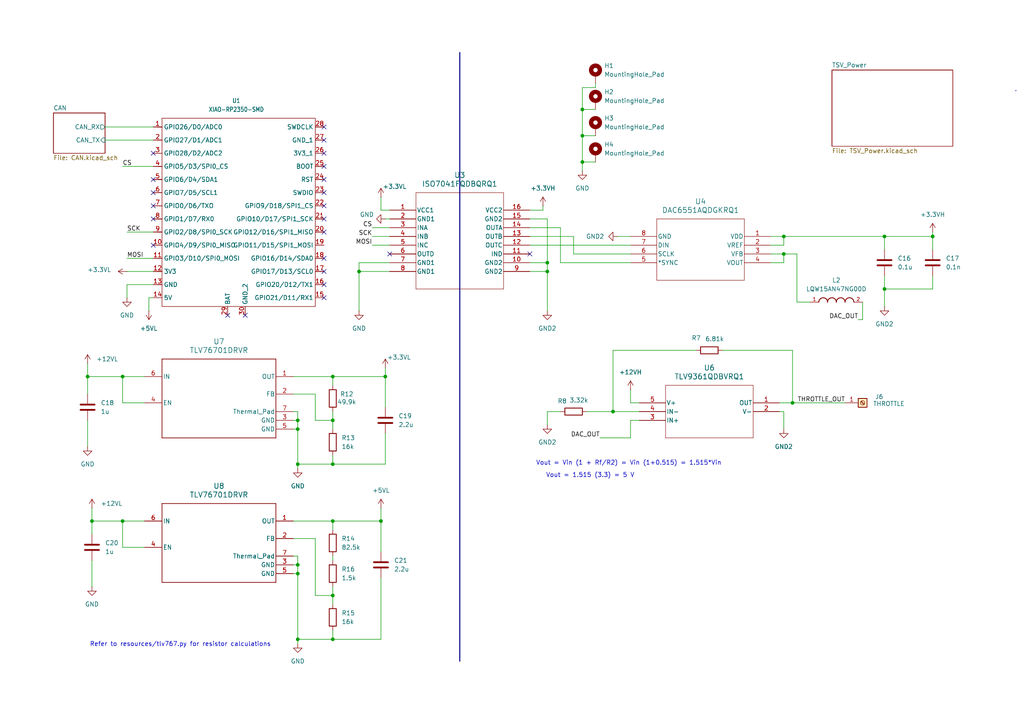
<source format=kicad_sch>
(kicad_sch
	(version 20231120)
	(generator "eeschema")
	(generator_version "8.0")
	(uuid "fa713205-4357-49d0-ad77-7aa2864b7782")
	(paper "A4")
	(lib_symbols
		(symbol "Connector:Screw_Terminal_01x01"
			(pin_names
				(offset 1.016) hide)
			(exclude_from_sim no)
			(in_bom yes)
			(on_board yes)
			(property "Reference" "J"
				(at 0 2.54 0)
				(effects
					(font
						(size 1.27 1.27)
					)
				)
			)
			(property "Value" "Screw_Terminal_01x01"
				(at 0 -2.54 0)
				(effects
					(font
						(size 1.27 1.27)
					)
				)
			)
			(property "Footprint" ""
				(at 0 0 0)
				(effects
					(font
						(size 1.27 1.27)
					)
					(hide yes)
				)
			)
			(property "Datasheet" "~"
				(at 0 0 0)
				(effects
					(font
						(size 1.27 1.27)
					)
					(hide yes)
				)
			)
			(property "Description" "Generic screw terminal, single row, 01x01, script generated (kicad-library-utils/schlib/autogen/connector/)"
				(at 0 0 0)
				(effects
					(font
						(size 1.27 1.27)
					)
					(hide yes)
				)
			)
			(property "ki_keywords" "screw terminal"
				(at 0 0 0)
				(effects
					(font
						(size 1.27 1.27)
					)
					(hide yes)
				)
			)
			(property "ki_fp_filters" "TerminalBlock*:*"
				(at 0 0 0)
				(effects
					(font
						(size 1.27 1.27)
					)
					(hide yes)
				)
			)
			(symbol "Screw_Terminal_01x01_1_1"
				(rectangle
					(start -1.27 1.27)
					(end 1.27 -1.27)
					(stroke
						(width 0.254)
						(type default)
					)
					(fill
						(type background)
					)
				)
				(polyline
					(pts
						(xy -0.5334 0.3302) (xy 0.3302 -0.508)
					)
					(stroke
						(width 0.1524)
						(type default)
					)
					(fill
						(type none)
					)
				)
				(polyline
					(pts
						(xy -0.3556 0.508) (xy 0.508 -0.3302)
					)
					(stroke
						(width 0.1524)
						(type default)
					)
					(fill
						(type none)
					)
				)
				(circle
					(center 0 0)
					(radius 0.635)
					(stroke
						(width 0.1524)
						(type default)
					)
					(fill
						(type none)
					)
				)
				(pin passive line
					(at -5.08 0 0)
					(length 3.81)
					(name "Pin_1"
						(effects
							(font
								(size 1.27 1.27)
							)
						)
					)
					(number "1"
						(effects
							(font
								(size 1.27 1.27)
							)
						)
					)
				)
			)
		)
		(symbol "DAC6551:DAC6551AQDGKRQ1"
			(pin_names
				(offset 0.254)
			)
			(exclude_from_sim no)
			(in_bom yes)
			(on_board yes)
			(property "Reference" "U"
				(at 20.32 10.16 0)
				(effects
					(font
						(size 1.524 1.524)
					)
				)
			)
			(property "Value" "DAC6551AQDGKRQ1"
				(at 20.32 7.62 0)
				(effects
					(font
						(size 1.524 1.524)
					)
				)
			)
			(property "Footprint" "DGK8_TEX"
				(at 0 0 0)
				(effects
					(font
						(size 1.27 1.27)
						(italic yes)
					)
					(hide yes)
				)
			)
			(property "Datasheet" "DAC6551AQDGKRQ1"
				(at 0 0 0)
				(effects
					(font
						(size 1.27 1.27)
						(italic yes)
					)
					(hide yes)
				)
			)
			(property "Description" ""
				(at 0 0 0)
				(effects
					(font
						(size 1.27 1.27)
					)
					(hide yes)
				)
			)
			(property "ki_locked" ""
				(at 0 0 0)
				(effects
					(font
						(size 1.27 1.27)
					)
				)
			)
			(property "ki_keywords" "DAC6551AQDGKRQ1"
				(at 0 0 0)
				(effects
					(font
						(size 1.27 1.27)
					)
					(hide yes)
				)
			)
			(property "ki_fp_filters" "DGK8_TEX DGK8_TEX-M DGK8_TEX-L"
				(at 0 0 0)
				(effects
					(font
						(size 1.27 1.27)
					)
					(hide yes)
				)
			)
			(symbol "DAC6551AQDGKRQ1_0_1"
				(polyline
					(pts
						(xy 7.62 -12.7) (xy 33.02 -12.7)
					)
					(stroke
						(width 0.127)
						(type default)
					)
					(fill
						(type none)
					)
				)
				(polyline
					(pts
						(xy 7.62 5.08) (xy 7.62 -12.7)
					)
					(stroke
						(width 0.127)
						(type default)
					)
					(fill
						(type none)
					)
				)
				(polyline
					(pts
						(xy 33.02 -12.7) (xy 33.02 5.08)
					)
					(stroke
						(width 0.127)
						(type default)
					)
					(fill
						(type none)
					)
				)
				(polyline
					(pts
						(xy 33.02 5.08) (xy 7.62 5.08)
					)
					(stroke
						(width 0.127)
						(type default)
					)
					(fill
						(type none)
					)
				)
				(pin power_in line
					(at 0 0 0)
					(length 7.62)
					(name "VDD"
						(effects
							(font
								(size 1.27 1.27)
							)
						)
					)
					(number "1"
						(effects
							(font
								(size 1.27 1.27)
							)
						)
					)
				)
				(pin input line
					(at 0 -2.54 0)
					(length 7.62)
					(name "VREF"
						(effects
							(font
								(size 1.27 1.27)
							)
						)
					)
					(number "2"
						(effects
							(font
								(size 1.27 1.27)
							)
						)
					)
				)
				(pin input line
					(at 0 -5.08 0)
					(length 7.62)
					(name "VFB"
						(effects
							(font
								(size 1.27 1.27)
							)
						)
					)
					(number "3"
						(effects
							(font
								(size 1.27 1.27)
							)
						)
					)
				)
				(pin output line
					(at 0 -7.62 0)
					(length 7.62)
					(name "VOUT"
						(effects
							(font
								(size 1.27 1.27)
							)
						)
					)
					(number "4"
						(effects
							(font
								(size 1.27 1.27)
							)
						)
					)
				)
				(pin input line
					(at 40.64 -7.62 180)
					(length 7.62)
					(name "*SYNC"
						(effects
							(font
								(size 1.27 1.27)
							)
						)
					)
					(number "5"
						(effects
							(font
								(size 1.27 1.27)
							)
						)
					)
				)
				(pin input line
					(at 40.64 -5.08 180)
					(length 7.62)
					(name "SCLK"
						(effects
							(font
								(size 1.27 1.27)
							)
						)
					)
					(number "6"
						(effects
							(font
								(size 1.27 1.27)
							)
						)
					)
				)
				(pin input line
					(at 40.64 -2.54 180)
					(length 7.62)
					(name "DIN"
						(effects
							(font
								(size 1.27 1.27)
							)
						)
					)
					(number "7"
						(effects
							(font
								(size 1.27 1.27)
							)
						)
					)
				)
				(pin power_in line
					(at 40.64 0 180)
					(length 7.62)
					(name "GND"
						(effects
							(font
								(size 1.27 1.27)
							)
						)
					)
					(number "8"
						(effects
							(font
								(size 1.27 1.27)
							)
						)
					)
				)
			)
		)
		(symbol "Device:C"
			(pin_numbers hide)
			(pin_names
				(offset 0.254)
			)
			(exclude_from_sim no)
			(in_bom yes)
			(on_board yes)
			(property "Reference" "C"
				(at 0.635 2.54 0)
				(effects
					(font
						(size 1.27 1.27)
					)
					(justify left)
				)
			)
			(property "Value" "C"
				(at 0.635 -2.54 0)
				(effects
					(font
						(size 1.27 1.27)
					)
					(justify left)
				)
			)
			(property "Footprint" ""
				(at 0.9652 -3.81 0)
				(effects
					(font
						(size 1.27 1.27)
					)
					(hide yes)
				)
			)
			(property "Datasheet" "~"
				(at 0 0 0)
				(effects
					(font
						(size 1.27 1.27)
					)
					(hide yes)
				)
			)
			(property "Description" "Unpolarized capacitor"
				(at 0 0 0)
				(effects
					(font
						(size 1.27 1.27)
					)
					(hide yes)
				)
			)
			(property "ki_keywords" "cap capacitor"
				(at 0 0 0)
				(effects
					(font
						(size 1.27 1.27)
					)
					(hide yes)
				)
			)
			(property "ki_fp_filters" "C_*"
				(at 0 0 0)
				(effects
					(font
						(size 1.27 1.27)
					)
					(hide yes)
				)
			)
			(symbol "C_0_1"
				(polyline
					(pts
						(xy -2.032 -0.762) (xy 2.032 -0.762)
					)
					(stroke
						(width 0.508)
						(type default)
					)
					(fill
						(type none)
					)
				)
				(polyline
					(pts
						(xy -2.032 0.762) (xy 2.032 0.762)
					)
					(stroke
						(width 0.508)
						(type default)
					)
					(fill
						(type none)
					)
				)
			)
			(symbol "C_1_1"
				(pin passive line
					(at 0 3.81 270)
					(length 2.794)
					(name "~"
						(effects
							(font
								(size 1.27 1.27)
							)
						)
					)
					(number "1"
						(effects
							(font
								(size 1.27 1.27)
							)
						)
					)
				)
				(pin passive line
					(at 0 -3.81 90)
					(length 2.794)
					(name "~"
						(effects
							(font
								(size 1.27 1.27)
							)
						)
					)
					(number "2"
						(effects
							(font
								(size 1.27 1.27)
							)
						)
					)
				)
			)
		)
		(symbol "Device:R"
			(pin_numbers hide)
			(pin_names
				(offset 0)
			)
			(exclude_from_sim no)
			(in_bom yes)
			(on_board yes)
			(property "Reference" "R"
				(at 2.032 0 90)
				(effects
					(font
						(size 1.27 1.27)
					)
				)
			)
			(property "Value" "R"
				(at 0 0 90)
				(effects
					(font
						(size 1.27 1.27)
					)
				)
			)
			(property "Footprint" ""
				(at -1.778 0 90)
				(effects
					(font
						(size 1.27 1.27)
					)
					(hide yes)
				)
			)
			(property "Datasheet" "~"
				(at 0 0 0)
				(effects
					(font
						(size 1.27 1.27)
					)
					(hide yes)
				)
			)
			(property "Description" "Resistor"
				(at 0 0 0)
				(effects
					(font
						(size 1.27 1.27)
					)
					(hide yes)
				)
			)
			(property "ki_keywords" "R res resistor"
				(at 0 0 0)
				(effects
					(font
						(size 1.27 1.27)
					)
					(hide yes)
				)
			)
			(property "ki_fp_filters" "R_*"
				(at 0 0 0)
				(effects
					(font
						(size 1.27 1.27)
					)
					(hide yes)
				)
			)
			(symbol "R_0_1"
				(rectangle
					(start -1.016 -2.54)
					(end 1.016 2.54)
					(stroke
						(width 0.254)
						(type default)
					)
					(fill
						(type none)
					)
				)
			)
			(symbol "R_1_1"
				(pin passive line
					(at 0 3.81 270)
					(length 1.27)
					(name "~"
						(effects
							(font
								(size 1.27 1.27)
							)
						)
					)
					(number "1"
						(effects
							(font
								(size 1.27 1.27)
							)
						)
					)
				)
				(pin passive line
					(at 0 -3.81 90)
					(length 1.27)
					(name "~"
						(effects
							(font
								(size 1.27 1.27)
							)
						)
					)
					(number "2"
						(effects
							(font
								(size 1.27 1.27)
							)
						)
					)
				)
			)
		)
		(symbol "ISO7041:ISO7041FQDBQRQ1"
			(pin_names
				(offset 0.254)
			)
			(exclude_from_sim no)
			(in_bom yes)
			(on_board yes)
			(property "Reference" "U3"
				(at 20.32 10.16 0)
				(effects
					(font
						(size 1.524 1.524)
					)
				)
			)
			(property "Value" "ISO7041FQDBQRQ1"
				(at 20.32 7.62 0)
				(effects
					(font
						(size 1.524 1.524)
					)
				)
			)
			(property "Footprint" "ISO7041:SSOP16_DBQ_TEX"
				(at 0 0 0)
				(effects
					(font
						(size 1.27 1.27)
						(italic yes)
					)
					(hide yes)
				)
			)
			(property "Datasheet" "ISO7041FQDBQRQ1"
				(at 0 0 0)
				(effects
					(font
						(size 1.27 1.27)
						(italic yes)
					)
					(hide yes)
				)
			)
			(property "Description" ""
				(at 0 0 0)
				(effects
					(font
						(size 1.27 1.27)
					)
					(hide yes)
				)
			)
			(property "ki_locked" ""
				(at 0 0 0)
				(effects
					(font
						(size 1.27 1.27)
					)
				)
			)
			(property "ki_keywords" "ISO7041FQDBQRQ1"
				(at 0 0 0)
				(effects
					(font
						(size 1.27 1.27)
					)
					(hide yes)
				)
			)
			(property "ki_fp_filters" "SSOP16_DBQ_TEX SSOP16_DBQ_TEX-M SSOP16_DBQ_TEX-L"
				(at 0 0 0)
				(effects
					(font
						(size 1.27 1.27)
					)
					(hide yes)
				)
			)
			(symbol "ISO7041FQDBQRQ1_0_1"
				(polyline
					(pts
						(xy 7.62 -22.86) (xy 33.02 -22.86)
					)
					(stroke
						(width 0.127)
						(type default)
					)
					(fill
						(type none)
					)
				)
				(polyline
					(pts
						(xy 7.62 5.08) (xy 7.62 -22.86)
					)
					(stroke
						(width 0.127)
						(type default)
					)
					(fill
						(type none)
					)
				)
				(polyline
					(pts
						(xy 33.02 -22.86) (xy 33.02 5.08)
					)
					(stroke
						(width 0.127)
						(type default)
					)
					(fill
						(type none)
					)
				)
				(polyline
					(pts
						(xy 33.02 5.08) (xy 7.62 5.08)
					)
					(stroke
						(width 0.127)
						(type default)
					)
					(fill
						(type none)
					)
				)
				(pin power_in line
					(at 0 0 0)
					(length 7.62)
					(name "VCC1"
						(effects
							(font
								(size 1.27 1.27)
							)
						)
					)
					(number "1"
						(effects
							(font
								(size 1.27 1.27)
							)
						)
					)
				)
				(pin power_out line
					(at 40.64 -15.24 180)
					(length 7.62)
					(name "GND2"
						(effects
							(font
								(size 1.27 1.27)
							)
						)
					)
					(number "10"
						(effects
							(font
								(size 1.27 1.27)
							)
						)
					)
				)
				(pin input line
					(at 40.64 -12.7 180)
					(length 7.62)
					(name "IND"
						(effects
							(font
								(size 1.27 1.27)
							)
						)
					)
					(number "11"
						(effects
							(font
								(size 1.27 1.27)
							)
						)
					)
				)
				(pin output line
					(at 40.64 -10.16 180)
					(length 7.62)
					(name "OUTC"
						(effects
							(font
								(size 1.27 1.27)
							)
						)
					)
					(number "12"
						(effects
							(font
								(size 1.27 1.27)
							)
						)
					)
				)
				(pin output line
					(at 40.64 -7.62 180)
					(length 7.62)
					(name "OUTB"
						(effects
							(font
								(size 1.27 1.27)
							)
						)
					)
					(number "13"
						(effects
							(font
								(size 1.27 1.27)
							)
						)
					)
				)
				(pin output line
					(at 40.64 -5.08 180)
					(length 7.62)
					(name "OUTA"
						(effects
							(font
								(size 1.27 1.27)
							)
						)
					)
					(number "14"
						(effects
							(font
								(size 1.27 1.27)
							)
						)
					)
				)
				(pin power_out line
					(at 40.64 -2.54 180)
					(length 7.62)
					(name "GND2"
						(effects
							(font
								(size 1.27 1.27)
							)
						)
					)
					(number "15"
						(effects
							(font
								(size 1.27 1.27)
							)
						)
					)
				)
				(pin power_in line
					(at 40.64 0 180)
					(length 7.62)
					(name "VCC2"
						(effects
							(font
								(size 1.27 1.27)
							)
						)
					)
					(number "16"
						(effects
							(font
								(size 1.27 1.27)
							)
						)
					)
				)
				(pin power_out line
					(at 0 -2.54 0)
					(length 7.62)
					(name "GND1"
						(effects
							(font
								(size 1.27 1.27)
							)
						)
					)
					(number "2"
						(effects
							(font
								(size 1.27 1.27)
							)
						)
					)
				)
				(pin input line
					(at 0 -5.08 0)
					(length 7.62)
					(name "INA"
						(effects
							(font
								(size 1.27 1.27)
							)
						)
					)
					(number "3"
						(effects
							(font
								(size 1.27 1.27)
							)
						)
					)
				)
				(pin input line
					(at 0 -7.62 0)
					(length 7.62)
					(name "INB"
						(effects
							(font
								(size 1.27 1.27)
							)
						)
					)
					(number "4"
						(effects
							(font
								(size 1.27 1.27)
							)
						)
					)
				)
				(pin input line
					(at 0 -10.16 0)
					(length 7.62)
					(name "INC"
						(effects
							(font
								(size 1.27 1.27)
							)
						)
					)
					(number "5"
						(effects
							(font
								(size 1.27 1.27)
							)
						)
					)
				)
				(pin output line
					(at 0 -12.7 0)
					(length 7.62)
					(name "OUTD"
						(effects
							(font
								(size 1.27 1.27)
							)
						)
					)
					(number "6"
						(effects
							(font
								(size 1.27 1.27)
							)
						)
					)
				)
				(pin power_out line
					(at 0 -15.24 0)
					(length 7.62)
					(name "GND1"
						(effects
							(font
								(size 1.27 1.27)
							)
						)
					)
					(number "7"
						(effects
							(font
								(size 1.27 1.27)
							)
						)
					)
				)
				(pin power_out line
					(at 0 -17.78 0)
					(length 7.62)
					(name "GND1"
						(effects
							(font
								(size 1.27 1.27)
							)
						)
					)
					(number "8"
						(effects
							(font
								(size 1.27 1.27)
							)
						)
					)
				)
			)
			(symbol "ISO7041FQDBQRQ1_1_1"
				(pin power_out line
					(at 40.64 -17.78 180)
					(length 7.62)
					(name "GND2"
						(effects
							(font
								(size 1.27 1.27)
							)
						)
					)
					(number "9"
						(effects
							(font
								(size 1.27 1.27)
							)
						)
					)
				)
			)
		)
		(symbol "LQW15AN47NG00D:LQW15AN47NG00D"
			(pin_names
				(offset 1.016)
			)
			(exclude_from_sim no)
			(in_bom yes)
			(on_board yes)
			(property "Reference" "L"
				(at -7.62 5.08 0)
				(effects
					(font
						(size 1.27 1.27)
					)
					(justify left bottom)
				)
			)
			(property "Value" "LQW15AN47NG00D"
				(at -7.62 2.54 0)
				(effects
					(font
						(size 1.27 1.27)
					)
					(justify left bottom)
				)
			)
			(property "Footprint" "LQW15AN47NG00D:INDC1005X60N"
				(at 0 0 0)
				(effects
					(font
						(size 1.27 1.27)
					)
					(justify bottom)
					(hide yes)
				)
			)
			(property "Datasheet" ""
				(at 0 0 0)
				(effects
					(font
						(size 1.27 1.27)
					)
					(hide yes)
				)
			)
			(property "Description" ""
				(at 0 0 0)
				(effects
					(font
						(size 1.27 1.27)
					)
					(hide yes)
				)
			)
			(symbol "LQW15AN47NG00D_0_0"
				(arc
					(start -2.54 0)
					(mid -3.81 1.2645)
					(end -5.08 0)
					(stroke
						(width 0.254)
						(type default)
					)
					(fill
						(type none)
					)
				)
				(arc
					(start 0 0)
					(mid -1.27 1.2645)
					(end -2.54 0)
					(stroke
						(width 0.254)
						(type default)
					)
					(fill
						(type none)
					)
				)
				(arc
					(start 2.54 0)
					(mid 1.27 1.2645)
					(end 0 0)
					(stroke
						(width 0.254)
						(type default)
					)
					(fill
						(type none)
					)
				)
				(arc
					(start 5.08 0)
					(mid 3.81 1.2645)
					(end 2.54 0)
					(stroke
						(width 0.254)
						(type default)
					)
					(fill
						(type none)
					)
				)
				(pin passive line
					(at -7.62 0 0)
					(length 2.54)
					(name "~"
						(effects
							(font
								(size 1.016 1.016)
							)
						)
					)
					(number "1"
						(effects
							(font
								(size 1.016 1.016)
							)
						)
					)
				)
				(pin passive line
					(at 7.62 0 180)
					(length 2.54)
					(name "~"
						(effects
							(font
								(size 1.016 1.016)
							)
						)
					)
					(number "2"
						(effects
							(font
								(size 1.016 1.016)
							)
						)
					)
				)
			)
		)
		(symbol "Mechanical:MountingHole_Pad"
			(pin_numbers hide)
			(pin_names
				(offset 1.016) hide)
			(exclude_from_sim yes)
			(in_bom no)
			(on_board yes)
			(property "Reference" "H"
				(at 0 6.35 0)
				(effects
					(font
						(size 1.27 1.27)
					)
				)
			)
			(property "Value" "MountingHole_Pad"
				(at 0 4.445 0)
				(effects
					(font
						(size 1.27 1.27)
					)
				)
			)
			(property "Footprint" ""
				(at 0 0 0)
				(effects
					(font
						(size 1.27 1.27)
					)
					(hide yes)
				)
			)
			(property "Datasheet" "~"
				(at 0 0 0)
				(effects
					(font
						(size 1.27 1.27)
					)
					(hide yes)
				)
			)
			(property "Description" "Mounting Hole with connection"
				(at 0 0 0)
				(effects
					(font
						(size 1.27 1.27)
					)
					(hide yes)
				)
			)
			(property "ki_keywords" "mounting hole"
				(at 0 0 0)
				(effects
					(font
						(size 1.27 1.27)
					)
					(hide yes)
				)
			)
			(property "ki_fp_filters" "MountingHole*Pad*"
				(at 0 0 0)
				(effects
					(font
						(size 1.27 1.27)
					)
					(hide yes)
				)
			)
			(symbol "MountingHole_Pad_0_1"
				(circle
					(center 0 1.27)
					(radius 1.27)
					(stroke
						(width 1.27)
						(type default)
					)
					(fill
						(type none)
					)
				)
			)
			(symbol "MountingHole_Pad_1_1"
				(pin input line
					(at 0 -2.54 90)
					(length 2.54)
					(name "1"
						(effects
							(font
								(size 1.27 1.27)
							)
						)
					)
					(number "1"
						(effects
							(font
								(size 1.27 1.27)
							)
						)
					)
				)
			)
		)
		(symbol "Seeed_Studio_XIAO_Series:XIAO-RP2350-SMD"
			(exclude_from_sim no)
			(in_bom yes)
			(on_board yes)
			(property "Reference" "U"
				(at -21.59 27.432 0)
				(effects
					(font
						(size 1.27 1.0795)
					)
					(justify left bottom)
				)
			)
			(property "Value" "XIAO-RP2350-SMD"
				(at -21.59 25.654 0)
				(effects
					(font
						(size 1.27 1.0795)
					)
					(justify left bottom)
				)
			)
			(property "Footprint" ""
				(at 0 11.43 0)
				(effects
					(font
						(size 1.27 1.27)
					)
					(hide yes)
				)
			)
			(property "Datasheet" ""
				(at 0 11.43 0)
				(effects
					(font
						(size 1.27 1.27)
					)
					(hide yes)
				)
			)
			(property "Description" ""
				(at 0 11.43 0)
				(effects
					(font
						(size 1.27 1.27)
					)
					(hide yes)
				)
			)
			(symbol "XIAO-RP2350-SMD_0_1"
				(rectangle
					(start -21.59 25.4)
					(end 22.86 -29.21)
					(stroke
						(width 0)
						(type default)
					)
					(fill
						(type none)
					)
				)
			)
			(symbol "XIAO-RP2350-SMD_1_0"
				(polyline
					(pts
						(xy -22.86 -26.67) (xy -21.59 -26.67)
					)
					(stroke
						(width 0.1524)
						(type solid)
					)
					(fill
						(type none)
					)
				)
				(polyline
					(pts
						(xy -22.86 -22.86) (xy -21.59 -22.86)
					)
					(stroke
						(width 0.1524)
						(type solid)
					)
					(fill
						(type none)
					)
				)
				(polyline
					(pts
						(xy -22.86 -19.05) (xy -21.59 -19.05)
					)
					(stroke
						(width 0.1524)
						(type solid)
					)
					(fill
						(type none)
					)
				)
				(polyline
					(pts
						(xy -22.86 -15.24) (xy -21.59 -15.24)
					)
					(stroke
						(width 0.1524)
						(type solid)
					)
					(fill
						(type none)
					)
				)
				(polyline
					(pts
						(xy -22.86 -11.43) (xy -21.59 -11.43)
					)
					(stroke
						(width 0.1524)
						(type solid)
					)
					(fill
						(type none)
					)
				)
				(polyline
					(pts
						(xy -22.86 -7.62) (xy -21.59 -7.62)
					)
					(stroke
						(width 0.1524)
						(type solid)
					)
					(fill
						(type none)
					)
				)
				(polyline
					(pts
						(xy -22.86 -3.81) (xy -21.59 -3.81)
					)
					(stroke
						(width 0.1524)
						(type solid)
					)
					(fill
						(type none)
					)
				)
				(polyline
					(pts
						(xy -21.59 0) (xy -22.86 0)
					)
					(stroke
						(width 0.1524)
						(type solid)
					)
					(fill
						(type none)
					)
				)
				(polyline
					(pts
						(xy -21.59 3.81) (xy -22.86 3.81)
					)
					(stroke
						(width 0.1524)
						(type solid)
					)
					(fill
						(type none)
					)
				)
				(polyline
					(pts
						(xy -21.59 7.62) (xy -22.86 7.62)
					)
					(stroke
						(width 0.1524)
						(type solid)
					)
					(fill
						(type none)
					)
				)
				(polyline
					(pts
						(xy -21.59 11.43) (xy -22.86 11.43)
					)
					(stroke
						(width 0.1524)
						(type solid)
					)
					(fill
						(type none)
					)
				)
				(polyline
					(pts
						(xy -21.59 15.24) (xy -22.86 15.24)
					)
					(stroke
						(width 0.1524)
						(type solid)
					)
					(fill
						(type none)
					)
				)
				(polyline
					(pts
						(xy -21.59 19.05) (xy -22.86 19.05)
					)
					(stroke
						(width 0.1524)
						(type solid)
					)
					(fill
						(type none)
					)
				)
				(polyline
					(pts
						(xy -21.59 22.86) (xy -22.86 22.86)
					)
					(stroke
						(width 0.1524)
						(type solid)
					)
					(fill
						(type none)
					)
				)
				(pin passive line
					(at -24.13 22.86 0)
					(length 2.54)
					(name "GPIO26/D0/ADC0"
						(effects
							(font
								(size 1.27 1.27)
							)
						)
					)
					(number "1"
						(effects
							(font
								(size 1.27 1.27)
							)
						)
					)
				)
				(pin passive line
					(at -24.13 -11.43 0)
					(length 2.54)
					(name "GPIO4/D9/SPI0_MISO"
						(effects
							(font
								(size 1.27 1.27)
							)
						)
					)
					(number "10"
						(effects
							(font
								(size 1.27 1.27)
							)
						)
					)
				)
				(pin passive line
					(at -24.13 -15.24 0)
					(length 2.54)
					(name "GPIO3/D10/SPI0_MOSI"
						(effects
							(font
								(size 1.27 1.27)
							)
						)
					)
					(number "11"
						(effects
							(font
								(size 1.27 1.27)
							)
						)
					)
				)
				(pin passive line
					(at -24.13 -19.05 0)
					(length 2.54)
					(name "3V3"
						(effects
							(font
								(size 1.27 1.27)
							)
						)
					)
					(number "12"
						(effects
							(font
								(size 1.27 1.27)
							)
						)
					)
				)
				(pin passive line
					(at -24.13 -22.86 0)
					(length 2.54)
					(name "GND"
						(effects
							(font
								(size 1.27 1.27)
							)
						)
					)
					(number "13"
						(effects
							(font
								(size 1.27 1.27)
							)
						)
					)
				)
				(pin passive line
					(at -24.13 -26.67 0)
					(length 2.54)
					(name "5V"
						(effects
							(font
								(size 1.27 1.27)
							)
						)
					)
					(number "14"
						(effects
							(font
								(size 1.27 1.27)
							)
						)
					)
				)
				(pin passive line
					(at -24.13 19.05 0)
					(length 2.54)
					(name "GPIO27/D1/ADC1"
						(effects
							(font
								(size 1.27 1.27)
							)
						)
					)
					(number "2"
						(effects
							(font
								(size 1.27 1.27)
							)
						)
					)
				)
				(pin passive line
					(at -24.13 15.24 0)
					(length 2.54)
					(name "GPIO28/D2/ADC2"
						(effects
							(font
								(size 1.27 1.27)
							)
						)
					)
					(number "3"
						(effects
							(font
								(size 1.27 1.27)
							)
						)
					)
				)
				(pin passive line
					(at -24.13 11.43 0)
					(length 2.54)
					(name "GPIO5/D3/SPI0_CS"
						(effects
							(font
								(size 1.27 1.27)
							)
						)
					)
					(number "4"
						(effects
							(font
								(size 1.27 1.27)
							)
						)
					)
				)
				(pin passive line
					(at -24.13 7.62 0)
					(length 2.54)
					(name "GPIO6/D4/SDA1"
						(effects
							(font
								(size 1.27 1.27)
							)
						)
					)
					(number "5"
						(effects
							(font
								(size 1.27 1.27)
							)
						)
					)
				)
				(pin passive line
					(at -24.13 3.81 0)
					(length 2.54)
					(name "GPIO7/D5/SCL1"
						(effects
							(font
								(size 1.27 1.27)
							)
						)
					)
					(number "6"
						(effects
							(font
								(size 1.27 1.27)
							)
						)
					)
				)
				(pin passive line
					(at -24.13 0 0)
					(length 2.54)
					(name "GPIO0/D6/TXO"
						(effects
							(font
								(size 1.27 1.27)
							)
						)
					)
					(number "7"
						(effects
							(font
								(size 1.27 1.27)
							)
						)
					)
				)
				(pin passive line
					(at -24.13 -3.81 0)
					(length 2.54)
					(name "GPIO1/D7/RX0"
						(effects
							(font
								(size 1.27 1.27)
							)
						)
					)
					(number "8"
						(effects
							(font
								(size 1.27 1.27)
							)
						)
					)
				)
				(pin passive line
					(at -24.13 -7.62 0)
					(length 2.54)
					(name "GPIO2/D8/SPI0_SCK"
						(effects
							(font
								(size 1.27 1.27)
							)
						)
					)
					(number "9"
						(effects
							(font
								(size 1.27 1.27)
							)
						)
					)
				)
			)
			(symbol "XIAO-RP2350-SMD_1_1"
				(pin passive line
					(at 25.4 -26.67 180)
					(length 2.54)
					(name "GPIO21/D11/RX1"
						(effects
							(font
								(size 1.27 1.27)
							)
						)
					)
					(number "15"
						(effects
							(font
								(size 1.27 1.27)
							)
						)
					)
				)
				(pin passive line
					(at 25.4 -22.86 180)
					(length 2.54)
					(name "GPIO20/D12/TX1"
						(effects
							(font
								(size 1.27 1.27)
							)
						)
					)
					(number "16"
						(effects
							(font
								(size 1.27 1.27)
							)
						)
					)
				)
				(pin passive line
					(at 25.4 -19.05 180)
					(length 2.54)
					(name "GPIO17/D13/SCL0"
						(effects
							(font
								(size 1.27 1.27)
							)
						)
					)
					(number "17"
						(effects
							(font
								(size 1.27 1.27)
							)
						)
					)
				)
				(pin passive line
					(at 25.4 -15.24 180)
					(length 2.54)
					(name "GPIO16/D14/SDA0"
						(effects
							(font
								(size 1.27 1.27)
							)
						)
					)
					(number "18"
						(effects
							(font
								(size 1.27 1.27)
							)
						)
					)
				)
				(pin passive line
					(at 25.4 -11.43 180)
					(length 2.54)
					(name "GPIO11/D15/SPI1_MOSI"
						(effects
							(font
								(size 1.27 1.27)
							)
						)
					)
					(number "19"
						(effects
							(font
								(size 1.27 1.27)
							)
						)
					)
				)
				(pin passive line
					(at 25.4 -7.62 180)
					(length 2.54)
					(name "GPIO12/D16/SPI1_MISO"
						(effects
							(font
								(size 1.27 1.27)
							)
						)
					)
					(number "20"
						(effects
							(font
								(size 1.27 1.27)
							)
						)
					)
				)
				(pin passive line
					(at 25.4 -3.81 180)
					(length 2.54)
					(name "GPIO10/D17/SPI1_SCK"
						(effects
							(font
								(size 1.27 1.27)
							)
						)
					)
					(number "21"
						(effects
							(font
								(size 1.27 1.27)
							)
						)
					)
				)
				(pin passive line
					(at 25.4 0 180)
					(length 2.54)
					(name "GPIO9/D18/SPI1_CS"
						(effects
							(font
								(size 1.27 1.27)
							)
						)
					)
					(number "22"
						(effects
							(font
								(size 1.27 1.27)
							)
						)
					)
				)
				(pin passive line
					(at 25.4 3.81 180)
					(length 2.54)
					(name "SWDIO"
						(effects
							(font
								(size 1.27 1.27)
							)
						)
					)
					(number "23"
						(effects
							(font
								(size 1.27 1.27)
							)
						)
					)
				)
				(pin passive line
					(at 25.4 7.62 180)
					(length 2.54)
					(name "RST"
						(effects
							(font
								(size 1.27 1.27)
							)
						)
					)
					(number "24"
						(effects
							(font
								(size 1.27 1.27)
							)
						)
					)
				)
				(pin passive line
					(at 25.4 11.43 180)
					(length 2.54)
					(name "BOOT"
						(effects
							(font
								(size 1.27 1.27)
							)
						)
					)
					(number "25"
						(effects
							(font
								(size 1.27 1.27)
							)
						)
					)
				)
				(pin passive line
					(at 25.4 15.24 180)
					(length 2.54)
					(name "3V3_1"
						(effects
							(font
								(size 1.27 1.27)
							)
						)
					)
					(number "26"
						(effects
							(font
								(size 1.27 1.27)
							)
						)
					)
				)
				(pin passive line
					(at 25.4 19.05 180)
					(length 2.54)
					(name "GND_1"
						(effects
							(font
								(size 1.27 1.27)
							)
						)
					)
					(number "27"
						(effects
							(font
								(size 1.27 1.27)
							)
						)
					)
				)
				(pin passive line
					(at 25.4 22.86 180)
					(length 2.54)
					(name "SWDCLK"
						(effects
							(font
								(size 1.27 1.27)
							)
						)
					)
					(number "28"
						(effects
							(font
								(size 1.27 1.27)
							)
						)
					)
				)
				(pin passive line
					(at -2.54 -31.75 90)
					(length 2.54)
					(name "BAT"
						(effects
							(font
								(size 1.27 1.27)
							)
						)
					)
					(number "29"
						(effects
							(font
								(size 1.27 1.27)
							)
						)
					)
				)
				(pin passive line
					(at 2.54 -31.75 90)
					(length 2.54)
					(name "GND_2"
						(effects
							(font
								(size 1.27 1.27)
							)
						)
					)
					(number "30"
						(effects
							(font
								(size 1.27 1.27)
							)
						)
					)
				)
			)
		)
		(symbol "TLV76701:TLV76701DRVR"
			(pin_names
				(offset 0.254)
			)
			(exclude_from_sim no)
			(in_bom yes)
			(on_board yes)
			(property "Reference" "U11"
				(at 21.59 10.16 0)
				(effects
					(font
						(size 1.524 1.524)
					)
				)
			)
			(property "Value" "TLV76701DRVR"
				(at 21.59 7.62 0)
				(effects
					(font
						(size 1.524 1.524)
					)
				)
			)
			(property "Footprint" "DRV0006A-IPC_A"
				(at 0 0 0)
				(effects
					(font
						(size 1.27 1.27)
						(italic yes)
					)
					(hide yes)
				)
			)
			(property "Datasheet" "TLV76701DRVR"
				(at 0 0 0)
				(effects
					(font
						(size 1.27 1.27)
						(italic yes)
					)
					(hide yes)
				)
			)
			(property "Description" ""
				(at 0 0 0)
				(effects
					(font
						(size 1.27 1.27)
					)
					(hide yes)
				)
			)
			(property "ki_locked" ""
				(at 0 0 0)
				(effects
					(font
						(size 1.27 1.27)
					)
				)
			)
			(property "ki_keywords" "TLV76701DRVR"
				(at 0 0 0)
				(effects
					(font
						(size 1.27 1.27)
					)
					(hide yes)
				)
			)
			(property "ki_fp_filters" "DRV0006A-IPC_A DRV0006A-IPC_B DRV0006A-IPC_C DRV0006A-MFG"
				(at 0 0 0)
				(effects
					(font
						(size 1.27 1.27)
					)
					(hide yes)
				)
			)
			(symbol "TLV76701DRVR_0_1"
				(polyline
					(pts
						(xy 5.08 -17.78) (xy 38.1 -17.78)
					)
					(stroke
						(width 0.2032)
						(type default)
					)
					(fill
						(type none)
					)
				)
				(polyline
					(pts
						(xy 5.08 5.08) (xy 5.08 -17.78)
					)
					(stroke
						(width 0.2032)
						(type default)
					)
					(fill
						(type none)
					)
				)
				(polyline
					(pts
						(xy 38.1 -17.78) (xy 38.1 5.08)
					)
					(stroke
						(width 0.2032)
						(type default)
					)
					(fill
						(type none)
					)
				)
				(polyline
					(pts
						(xy 38.1 5.08) (xy 5.08 5.08)
					)
					(stroke
						(width 0.2032)
						(type default)
					)
					(fill
						(type none)
					)
				)
				(pin output line
					(at 43.18 0 180)
					(length 5.08)
					(name "OUT"
						(effects
							(font
								(size 1.27 1.27)
							)
						)
					)
					(number "1"
						(effects
							(font
								(size 1.27 1.27)
							)
						)
					)
				)
				(pin power_in line
					(at 43.18 -12.7 180)
					(length 5.08)
					(name "GND"
						(effects
							(font
								(size 1.27 1.27)
							)
						)
					)
					(number "3"
						(effects
							(font
								(size 1.27 1.27)
							)
						)
					)
				)
				(pin input line
					(at 0 -7.62 0)
					(length 5.08)
					(name "EN"
						(effects
							(font
								(size 1.27 1.27)
							)
						)
					)
					(number "4"
						(effects
							(font
								(size 1.27 1.27)
							)
						)
					)
				)
				(pin power_in line
					(at 43.18 -15.24 180)
					(length 5.08)
					(name "GND"
						(effects
							(font
								(size 1.27 1.27)
							)
						)
					)
					(number "5"
						(effects
							(font
								(size 1.27 1.27)
							)
						)
					)
				)
				(pin power_in line
					(at 0 0 0)
					(length 5.08)
					(name "IN"
						(effects
							(font
								(size 1.27 1.27)
							)
						)
					)
					(number "6"
						(effects
							(font
								(size 1.27 1.27)
							)
						)
					)
				)
				(pin unspecified line
					(at 43.18 -10.16 180)
					(length 5.08)
					(name "Thermal_Pad"
						(effects
							(font
								(size 1.27 1.27)
							)
						)
					)
					(number "7"
						(effects
							(font
								(size 1.27 1.27)
							)
						)
					)
				)
			)
			(symbol "TLV76701DRVR_1_1"
				(pin input line
					(at 43.18 -5.08 180)
					(length 5.08)
					(name "FB"
						(effects
							(font
								(size 1.27 1.27)
							)
						)
					)
					(number "2"
						(effects
							(font
								(size 1.27 1.27)
							)
						)
					)
				)
			)
		)
		(symbol "TLV9361:TLV9361QDBVRQ1"
			(pin_names
				(offset 0.254)
			)
			(exclude_from_sim no)
			(in_bom yes)
			(on_board yes)
			(property "Reference" "U"
				(at 20.32 10.16 0)
				(effects
					(font
						(size 1.524 1.524)
					)
				)
			)
			(property "Value" "TLV9361QDBVRQ1"
				(at 20.32 7.62 0)
				(effects
					(font
						(size 1.524 1.524)
					)
				)
			)
			(property "Footprint" "SOT23_DBV_TEX"
				(at 0 0 0)
				(effects
					(font
						(size 1.27 1.27)
						(italic yes)
					)
					(hide yes)
				)
			)
			(property "Datasheet" "TLV9361QDBVRQ1"
				(at 0 0 0)
				(effects
					(font
						(size 1.27 1.27)
						(italic yes)
					)
					(hide yes)
				)
			)
			(property "Description" ""
				(at 0 0 0)
				(effects
					(font
						(size 1.27 1.27)
					)
					(hide yes)
				)
			)
			(property "ki_locked" ""
				(at 0 0 0)
				(effects
					(font
						(size 1.27 1.27)
					)
				)
			)
			(property "ki_keywords" "TLV9361QDBVRQ1"
				(at 0 0 0)
				(effects
					(font
						(size 1.27 1.27)
					)
					(hide yes)
				)
			)
			(property "ki_fp_filters" "SOT23_DBV_TEX SOT23_DBV_TEX-M SOT23_DBV_TEX-L"
				(at 0 0 0)
				(effects
					(font
						(size 1.27 1.27)
					)
					(hide yes)
				)
			)
			(symbol "TLV9361QDBVRQ1_0_1"
				(polyline
					(pts
						(xy 7.62 -10.16) (xy 33.02 -10.16)
					)
					(stroke
						(width 0.127)
						(type default)
					)
					(fill
						(type none)
					)
				)
				(polyline
					(pts
						(xy 7.62 5.08) (xy 7.62 -10.16)
					)
					(stroke
						(width 0.127)
						(type default)
					)
					(fill
						(type none)
					)
				)
				(polyline
					(pts
						(xy 33.02 -10.16) (xy 33.02 5.08)
					)
					(stroke
						(width 0.127)
						(type default)
					)
					(fill
						(type none)
					)
				)
				(polyline
					(pts
						(xy 33.02 5.08) (xy 7.62 5.08)
					)
					(stroke
						(width 0.127)
						(type default)
					)
					(fill
						(type none)
					)
				)
				(pin output line
					(at 0 0 0)
					(length 7.62)
					(name "OUT"
						(effects
							(font
								(size 1.27 1.27)
							)
						)
					)
					(number "1"
						(effects
							(font
								(size 1.27 1.27)
							)
						)
					)
				)
				(pin power_in line
					(at 0 -2.54 0)
					(length 7.62)
					(name "V-"
						(effects
							(font
								(size 1.27 1.27)
							)
						)
					)
					(number "2"
						(effects
							(font
								(size 1.27 1.27)
							)
						)
					)
				)
				(pin input line
					(at 40.64 -5.08 180)
					(length 7.62)
					(name "IN+"
						(effects
							(font
								(size 1.27 1.27)
							)
						)
					)
					(number "3"
						(effects
							(font
								(size 1.27 1.27)
							)
						)
					)
				)
				(pin input line
					(at 40.64 -2.54 180)
					(length 7.62)
					(name "IN-"
						(effects
							(font
								(size 1.27 1.27)
							)
						)
					)
					(number "4"
						(effects
							(font
								(size 1.27 1.27)
							)
						)
					)
				)
				(pin power_in line
					(at 40.64 0 180)
					(length 7.62)
					(name "V+"
						(effects
							(font
								(size 1.27 1.27)
							)
						)
					)
					(number "5"
						(effects
							(font
								(size 1.27 1.27)
							)
						)
					)
				)
			)
		)
		(symbol "power:+12V"
			(power)
			(pin_numbers hide)
			(pin_names
				(offset 0) hide)
			(exclude_from_sim no)
			(in_bom yes)
			(on_board yes)
			(property "Reference" "#PWR"
				(at 0 -3.81 0)
				(effects
					(font
						(size 1.27 1.27)
					)
					(hide yes)
				)
			)
			(property "Value" "+12V"
				(at 0 3.556 0)
				(effects
					(font
						(size 1.27 1.27)
					)
				)
			)
			(property "Footprint" ""
				(at 0 0 0)
				(effects
					(font
						(size 1.27 1.27)
					)
					(hide yes)
				)
			)
			(property "Datasheet" ""
				(at 0 0 0)
				(effects
					(font
						(size 1.27 1.27)
					)
					(hide yes)
				)
			)
			(property "Description" "Power symbol creates a global label with name \"+12V\""
				(at 0 0 0)
				(effects
					(font
						(size 1.27 1.27)
					)
					(hide yes)
				)
			)
			(property "ki_keywords" "global power"
				(at 0 0 0)
				(effects
					(font
						(size 1.27 1.27)
					)
					(hide yes)
				)
			)
			(symbol "+12V_0_1"
				(polyline
					(pts
						(xy -0.762 1.27) (xy 0 2.54)
					)
					(stroke
						(width 0)
						(type default)
					)
					(fill
						(type none)
					)
				)
				(polyline
					(pts
						(xy 0 0) (xy 0 2.54)
					)
					(stroke
						(width 0)
						(type default)
					)
					(fill
						(type none)
					)
				)
				(polyline
					(pts
						(xy 0 2.54) (xy 0.762 1.27)
					)
					(stroke
						(width 0)
						(type default)
					)
					(fill
						(type none)
					)
				)
			)
			(symbol "+12V_1_1"
				(pin power_in line
					(at 0 0 90)
					(length 0)
					(name "~"
						(effects
							(font
								(size 1.27 1.27)
							)
						)
					)
					(number "1"
						(effects
							(font
								(size 1.27 1.27)
							)
						)
					)
				)
			)
		)
		(symbol "power:+3.3V"
			(power)
			(pin_numbers hide)
			(pin_names
				(offset 0) hide)
			(exclude_from_sim no)
			(in_bom yes)
			(on_board yes)
			(property "Reference" "#PWR"
				(at 0 -3.81 0)
				(effects
					(font
						(size 1.27 1.27)
					)
					(hide yes)
				)
			)
			(property "Value" "+3.3V"
				(at 0 3.556 0)
				(effects
					(font
						(size 1.27 1.27)
					)
				)
			)
			(property "Footprint" ""
				(at 0 0 0)
				(effects
					(font
						(size 1.27 1.27)
					)
					(hide yes)
				)
			)
			(property "Datasheet" ""
				(at 0 0 0)
				(effects
					(font
						(size 1.27 1.27)
					)
					(hide yes)
				)
			)
			(property "Description" "Power symbol creates a global label with name \"+3.3V\""
				(at 0 0 0)
				(effects
					(font
						(size 1.27 1.27)
					)
					(hide yes)
				)
			)
			(property "ki_keywords" "global power"
				(at 0 0 0)
				(effects
					(font
						(size 1.27 1.27)
					)
					(hide yes)
				)
			)
			(symbol "+3.3V_0_1"
				(polyline
					(pts
						(xy -0.762 1.27) (xy 0 2.54)
					)
					(stroke
						(width 0)
						(type default)
					)
					(fill
						(type none)
					)
				)
				(polyline
					(pts
						(xy 0 0) (xy 0 2.54)
					)
					(stroke
						(width 0)
						(type default)
					)
					(fill
						(type none)
					)
				)
				(polyline
					(pts
						(xy 0 2.54) (xy 0.762 1.27)
					)
					(stroke
						(width 0)
						(type default)
					)
					(fill
						(type none)
					)
				)
			)
			(symbol "+3.3V_1_1"
				(pin power_in line
					(at 0 0 90)
					(length 0)
					(name "~"
						(effects
							(font
								(size 1.27 1.27)
							)
						)
					)
					(number "1"
						(effects
							(font
								(size 1.27 1.27)
							)
						)
					)
				)
			)
		)
		(symbol "power:+5V"
			(power)
			(pin_numbers hide)
			(pin_names
				(offset 0) hide)
			(exclude_from_sim no)
			(in_bom yes)
			(on_board yes)
			(property "Reference" "#PWR"
				(at 0 -3.81 0)
				(effects
					(font
						(size 1.27 1.27)
					)
					(hide yes)
				)
			)
			(property "Value" "+5V"
				(at 0 3.556 0)
				(effects
					(font
						(size 1.27 1.27)
					)
				)
			)
			(property "Footprint" ""
				(at 0 0 0)
				(effects
					(font
						(size 1.27 1.27)
					)
					(hide yes)
				)
			)
			(property "Datasheet" ""
				(at 0 0 0)
				(effects
					(font
						(size 1.27 1.27)
					)
					(hide yes)
				)
			)
			(property "Description" "Power symbol creates a global label with name \"+5V\""
				(at 0 0 0)
				(effects
					(font
						(size 1.27 1.27)
					)
					(hide yes)
				)
			)
			(property "ki_keywords" "global power"
				(at 0 0 0)
				(effects
					(font
						(size 1.27 1.27)
					)
					(hide yes)
				)
			)
			(symbol "+5V_0_1"
				(polyline
					(pts
						(xy -0.762 1.27) (xy 0 2.54)
					)
					(stroke
						(width 0)
						(type default)
					)
					(fill
						(type none)
					)
				)
				(polyline
					(pts
						(xy 0 0) (xy 0 2.54)
					)
					(stroke
						(width 0)
						(type default)
					)
					(fill
						(type none)
					)
				)
				(polyline
					(pts
						(xy 0 2.54) (xy 0.762 1.27)
					)
					(stroke
						(width 0)
						(type default)
					)
					(fill
						(type none)
					)
				)
			)
			(symbol "+5V_1_1"
				(pin power_in line
					(at 0 0 90)
					(length 0)
					(name "~"
						(effects
							(font
								(size 1.27 1.27)
							)
						)
					)
					(number "1"
						(effects
							(font
								(size 1.27 1.27)
							)
						)
					)
				)
			)
		)
		(symbol "power:GND"
			(power)
			(pin_numbers hide)
			(pin_names
				(offset 0) hide)
			(exclude_from_sim no)
			(in_bom yes)
			(on_board yes)
			(property "Reference" "#PWR"
				(at 0 -6.35 0)
				(effects
					(font
						(size 1.27 1.27)
					)
					(hide yes)
				)
			)
			(property "Value" "GND"
				(at 0 -3.81 0)
				(effects
					(font
						(size 1.27 1.27)
					)
				)
			)
			(property "Footprint" ""
				(at 0 0 0)
				(effects
					(font
						(size 1.27 1.27)
					)
					(hide yes)
				)
			)
			(property "Datasheet" ""
				(at 0 0 0)
				(effects
					(font
						(size 1.27 1.27)
					)
					(hide yes)
				)
			)
			(property "Description" "Power symbol creates a global label with name \"GND\" , ground"
				(at 0 0 0)
				(effects
					(font
						(size 1.27 1.27)
					)
					(hide yes)
				)
			)
			(property "ki_keywords" "global power"
				(at 0 0 0)
				(effects
					(font
						(size 1.27 1.27)
					)
					(hide yes)
				)
			)
			(symbol "GND_0_1"
				(polyline
					(pts
						(xy 0 0) (xy 0 -1.27) (xy 1.27 -1.27) (xy 0 -2.54) (xy -1.27 -1.27) (xy 0 -1.27)
					)
					(stroke
						(width 0)
						(type default)
					)
					(fill
						(type none)
					)
				)
			)
			(symbol "GND_1_1"
				(pin power_in line
					(at 0 0 270)
					(length 0)
					(name "~"
						(effects
							(font
								(size 1.27 1.27)
							)
						)
					)
					(number "1"
						(effects
							(font
								(size 1.27 1.27)
							)
						)
					)
				)
			)
		)
		(symbol "power:GND2"
			(power)
			(pin_numbers hide)
			(pin_names
				(offset 0) hide)
			(exclude_from_sim no)
			(in_bom yes)
			(on_board yes)
			(property "Reference" "#PWR"
				(at 0 -6.35 0)
				(effects
					(font
						(size 1.27 1.27)
					)
					(hide yes)
				)
			)
			(property "Value" "GND2"
				(at 0 -3.81 0)
				(effects
					(font
						(size 1.27 1.27)
					)
				)
			)
			(property "Footprint" ""
				(at 0 0 0)
				(effects
					(font
						(size 1.27 1.27)
					)
					(hide yes)
				)
			)
			(property "Datasheet" ""
				(at 0 0 0)
				(effects
					(font
						(size 1.27 1.27)
					)
					(hide yes)
				)
			)
			(property "Description" "Power symbol creates a global label with name \"GND2\" , ground"
				(at 0 0 0)
				(effects
					(font
						(size 1.27 1.27)
					)
					(hide yes)
				)
			)
			(property "ki_keywords" "global power"
				(at 0 0 0)
				(effects
					(font
						(size 1.27 1.27)
					)
					(hide yes)
				)
			)
			(symbol "GND2_0_1"
				(polyline
					(pts
						(xy 0 0) (xy 0 -1.27) (xy 1.27 -1.27) (xy 0 -2.54) (xy -1.27 -1.27) (xy 0 -1.27)
					)
					(stroke
						(width 0)
						(type default)
					)
					(fill
						(type none)
					)
				)
			)
			(symbol "GND2_1_1"
				(pin power_in line
					(at 0 0 270)
					(length 0)
					(name "~"
						(effects
							(font
								(size 1.27 1.27)
							)
						)
					)
					(number "1"
						(effects
							(font
								(size 1.27 1.27)
							)
						)
					)
				)
			)
		)
	)
	(junction
		(at 86.36 166.37)
		(diameter 0)
		(color 0 0 0 0)
		(uuid "22d0db32-ff32-4a60-93d9-8cdc28293681")
	)
	(junction
		(at 270.51 68.58)
		(diameter 0)
		(color 0 0 0 0)
		(uuid "26ffbb9f-8ea3-481d-ba26-a8c86e586419")
	)
	(junction
		(at 104.14 78.74)
		(diameter 0)
		(color 0 0 0 0)
		(uuid "2b8ad316-b8ab-4604-89e3-d5ab1147a671")
	)
	(junction
		(at 26.67 151.13)
		(diameter 0)
		(color 0 0 0 0)
		(uuid "3e0260e0-6a19-4411-b536-af31cea1aa0d")
	)
	(junction
		(at 86.36 134.62)
		(diameter 0)
		(color 0 0 0 0)
		(uuid "47721439-04da-49e0-8674-064fdf6fd17c")
	)
	(junction
		(at 256.54 68.58)
		(diameter 0)
		(color 0 0 0 0)
		(uuid "4c5fbdc6-28d9-4814-aba2-080ad5f2998b")
	)
	(junction
		(at 86.36 163.83)
		(diameter 0)
		(color 0 0 0 0)
		(uuid "52624c32-7d6f-41c7-8089-882aea0aec9f")
	)
	(junction
		(at 177.8 119.38)
		(diameter 0)
		(color 0 0 0 0)
		(uuid "5576a989-bf2e-4587-bfb8-15da462e18a5")
	)
	(junction
		(at 96.52 109.22)
		(diameter 0)
		(color 0 0 0 0)
		(uuid "55ee7124-66d8-4a7c-b62d-c344f03e1a42")
	)
	(junction
		(at 35.56 151.13)
		(diameter 0)
		(color 0 0 0 0)
		(uuid "5829af7e-e4ce-463a-94d1-f51a7c8243f3")
	)
	(junction
		(at 168.91 39.37)
		(diameter 0)
		(color 0 0 0 0)
		(uuid "622b0b90-a6e5-4250-a01e-09874813981b")
	)
	(junction
		(at 168.91 31.75)
		(diameter 0)
		(color 0 0 0 0)
		(uuid "6eeeea03-3db6-47eb-81ba-0e73fd22e216")
	)
	(junction
		(at 227.33 73.66)
		(diameter 0)
		(color 0 0 0 0)
		(uuid "6fc9327f-07b4-4296-b0bb-31f9e27eeba9")
	)
	(junction
		(at 25.4 109.22)
		(diameter 0)
		(color 0 0 0 0)
		(uuid "74650790-21b0-4ba9-93a7-deda5f8edee5")
	)
	(junction
		(at 96.52 172.72)
		(diameter 0)
		(color 0 0 0 0)
		(uuid "7555786a-64a7-4043-831a-0891a626118a")
	)
	(junction
		(at 158.75 76.2)
		(diameter 0)
		(color 0 0 0 0)
		(uuid "7ac97899-8896-4db0-8466-3520aed3cefe")
	)
	(junction
		(at 110.49 151.13)
		(diameter 0)
		(color 0 0 0 0)
		(uuid "7c07bfe2-11fb-4b32-9058-f239d878ec9b")
	)
	(junction
		(at 111.76 109.22)
		(diameter 0)
		(color 0 0 0 0)
		(uuid "814e1b14-970f-4f45-9c0c-803a7d08c85d")
	)
	(junction
		(at 227.33 68.58)
		(diameter 0)
		(color 0 0 0 0)
		(uuid "81b21f50-c4e4-48d4-8e08-38ecefabd6df")
	)
	(junction
		(at 96.52 185.42)
		(diameter 0)
		(color 0 0 0 0)
		(uuid "8e2098e2-ca19-4ca2-9082-61bcee4f81c0")
	)
	(junction
		(at 168.91 46.99)
		(diameter 0)
		(color 0 0 0 0)
		(uuid "98ed18ab-c724-4de1-83b9-54723c6b0266")
	)
	(junction
		(at 86.36 121.92)
		(diameter 0)
		(color 0 0 0 0)
		(uuid "9ab04a5e-4342-4081-9422-db78ab5ee246")
	)
	(junction
		(at 256.54 83.82)
		(diameter 0)
		(color 0 0 0 0)
		(uuid "9cf751da-ade1-4ddf-9b32-d966f1b9c141")
	)
	(junction
		(at 86.36 185.42)
		(diameter 0)
		(color 0 0 0 0)
		(uuid "b9ac79e3-6d7a-4ba3-84dc-ee1381c963b6")
	)
	(junction
		(at 96.52 151.13)
		(diameter 0)
		(color 0 0 0 0)
		(uuid "bdfb71f0-d811-4f44-95b8-566a51869507")
	)
	(junction
		(at 229.87 116.84)
		(diameter 0)
		(color 0 0 0 0)
		(uuid "d884db11-896d-49c1-997a-12b16a47e3e7")
	)
	(junction
		(at 96.52 134.62)
		(diameter 0)
		(color 0 0 0 0)
		(uuid "e0152407-4448-410b-9dc8-1c217392cd6a")
	)
	(junction
		(at 158.75 78.74)
		(diameter 0)
		(color 0 0 0 0)
		(uuid "e76bd21a-32ae-4798-9ba9-2ee1dd1616d6")
	)
	(junction
		(at 86.36 124.46)
		(diameter 0)
		(color 0 0 0 0)
		(uuid "e9f7cd5e-7c31-4cb8-94f1-49ce3c4e9066")
	)
	(junction
		(at 96.52 121.92)
		(diameter 0)
		(color 0 0 0 0)
		(uuid "ec1cd6e8-b97d-4988-bad8-9eeb7df224ed")
	)
	(junction
		(at 35.56 109.22)
		(diameter 0)
		(color 0 0 0 0)
		(uuid "ec3bc99c-0947-420f-92ca-28524e64bbd3")
	)
	(no_connect
		(at 93.98 36.83)
		(uuid "07dc8f60-1dfd-4b86-9f32-c6c4ee3f3e11")
	)
	(no_connect
		(at 153.67 73.66)
		(uuid "1d6bdaef-c40b-4ff5-b89f-71ba9fd0dbfe")
	)
	(no_connect
		(at 93.98 44.45)
		(uuid "2715aa09-25b4-4c5f-aa31-806c993479fe")
	)
	(no_connect
		(at 44.45 52.07)
		(uuid "27e52cbf-a760-43dd-a38a-329c1c33fbbc")
	)
	(no_connect
		(at 66.04 91.44)
		(uuid "3885af6f-43e4-4d22-9b0f-02759d09adab")
	)
	(no_connect
		(at 93.98 82.55)
		(uuid "4b6f411c-b251-4be9-8a30-d3cc302577c9")
	)
	(no_connect
		(at 93.98 86.36)
		(uuid "513d09b5-f968-4190-a34e-7d44670b605d")
	)
	(no_connect
		(at 71.12 91.44)
		(uuid "628a58b8-daf2-4507-9c0c-e6f843d410ee")
	)
	(no_connect
		(at 113.03 73.66)
		(uuid "7a611e78-313f-4e81-a398-17d0ae36434a")
	)
	(no_connect
		(at 44.45 59.69)
		(uuid "7aa0df8c-63e4-4393-aab7-686be6d85030")
	)
	(no_connect
		(at 93.98 74.93)
		(uuid "892e4ce5-650a-4012-a4ee-d95163602527")
	)
	(no_connect
		(at 93.98 67.31)
		(uuid "a22fb5d3-6bd5-43d6-ac61-4c5d1ff6e292")
	)
	(no_connect
		(at 93.98 52.07)
		(uuid "a4ae13b2-a339-4779-b229-8cff4562a0b0")
	)
	(no_connect
		(at 93.98 40.64)
		(uuid "bf2658ef-88bf-47b1-9423-5d0ccd9004a8")
	)
	(no_connect
		(at 93.98 59.69)
		(uuid "c8ab4147-6ef8-4821-a045-9d8457c8bb37")
	)
	(no_connect
		(at 93.98 63.5)
		(uuid "cb1ff13f-1d9e-4019-a63e-2c431de56c43")
	)
	(no_connect
		(at 44.45 71.12)
		(uuid "d47bceb8-f346-4870-a2ba-9a3f156b9718")
	)
	(no_connect
		(at 93.98 78.74)
		(uuid "d4a32e62-74ec-47a7-aed6-cc4c1ac3bde7")
	)
	(no_connect
		(at 44.45 55.88)
		(uuid "ea3cc952-25ac-4861-abee-82242c1ee35b")
	)
	(no_connect
		(at 44.45 63.5)
		(uuid "f4315132-c25e-42a8-a820-525edf2ef3c0")
	)
	(no_connect
		(at 44.45 44.45)
		(uuid "f92b6ce0-aa10-493e-bf04-a3d2adeb67c2")
	)
	(no_connect
		(at 93.98 48.26)
		(uuid "fd1be1f7-f8ca-47ac-89ff-4673df63cfa3")
	)
	(no_connect
		(at 93.98 55.88)
		(uuid "ff02e7b9-b728-430d-9af3-5f89d23c7da3")
	)
	(wire
		(pts
			(xy 25.4 105.41) (xy 25.4 109.22)
		)
		(stroke
			(width 0)
			(type default)
		)
		(uuid "00907e20-37ee-40e7-afaa-9a36995067c7")
	)
	(wire
		(pts
			(xy 158.75 63.5) (xy 158.75 76.2)
		)
		(stroke
			(width 0)
			(type default)
		)
		(uuid "02a286c3-3d6f-4230-8a5b-c99efe7f3bc8")
	)
	(wire
		(pts
			(xy 25.4 109.22) (xy 35.56 109.22)
		)
		(stroke
			(width 0)
			(type default)
		)
		(uuid "036b75b4-d035-4519-92a8-73fab4e9022e")
	)
	(wire
		(pts
			(xy 36.83 78.74) (xy 44.45 78.74)
		)
		(stroke
			(width 0)
			(type default)
		)
		(uuid "0390b414-fd08-4f1d-b5ca-7053d54ab2b5")
	)
	(wire
		(pts
			(xy 166.37 73.66) (xy 166.37 68.58)
		)
		(stroke
			(width 0)
			(type default)
		)
		(uuid "06a11c2c-42a5-4c41-9cf1-9f1c11967155")
	)
	(wire
		(pts
			(xy 26.67 162.56) (xy 26.67 170.18)
		)
		(stroke
			(width 0)
			(type default)
		)
		(uuid "06b3b4b7-5ef1-457a-8b5b-01a409502002")
	)
	(wire
		(pts
			(xy 162.56 76.2) (xy 162.56 66.04)
		)
		(stroke
			(width 0)
			(type default)
		)
		(uuid "06c03bbe-cc6e-4c59-afa1-b363a16abee2")
	)
	(wire
		(pts
			(xy 85.09 109.22) (xy 96.52 109.22)
		)
		(stroke
			(width 0)
			(type default)
		)
		(uuid "086535b5-d1fb-4141-b98f-a411b0c1b1f6")
	)
	(wire
		(pts
			(xy 96.52 121.92) (xy 96.52 119.38)
		)
		(stroke
			(width 0)
			(type default)
		)
		(uuid "08bf35f4-58b9-4c38-82a1-ec4b69307f03")
	)
	(wire
		(pts
			(xy 35.56 109.22) (xy 35.56 116.84)
		)
		(stroke
			(width 0)
			(type default)
		)
		(uuid "0c2cd080-6572-4ac8-9edf-8c0f1dfbad2a")
	)
	(wire
		(pts
			(xy 153.67 78.74) (xy 158.75 78.74)
		)
		(stroke
			(width 0)
			(type default)
		)
		(uuid "0c2d4aa8-7ff1-43fd-b7b7-9df17f9a86b7")
	)
	(wire
		(pts
			(xy 227.33 68.58) (xy 256.54 68.58)
		)
		(stroke
			(width 0)
			(type default)
		)
		(uuid "0d1f4321-a502-4c44-aa35-347bace6c6f4")
	)
	(wire
		(pts
			(xy 36.83 82.55) (xy 36.83 86.36)
		)
		(stroke
			(width 0)
			(type default)
		)
		(uuid "0ea7555b-0ce0-427b-8fe9-8771dcd623fe")
	)
	(wire
		(pts
			(xy 41.91 151.13) (xy 35.56 151.13)
		)
		(stroke
			(width 0)
			(type default)
		)
		(uuid "1051c1a0-64bf-4e82-a4e6-435e47a09b99")
	)
	(wire
		(pts
			(xy 91.44 172.72) (xy 96.52 172.72)
		)
		(stroke
			(width 0)
			(type default)
		)
		(uuid "12cc0528-882d-4dc9-a779-d451fe59f352")
	)
	(wire
		(pts
			(xy 168.91 25.4) (xy 168.91 31.75)
		)
		(stroke
			(width 0)
			(type default)
		)
		(uuid "15be0abb-bd3f-45ad-8426-1c3cfbd20b14")
	)
	(wire
		(pts
			(xy 96.52 109.22) (xy 111.76 109.22)
		)
		(stroke
			(width 0)
			(type default)
		)
		(uuid "163d61aa-e2c6-4344-9637-a877825f02ef")
	)
	(wire
		(pts
			(xy 110.49 147.32) (xy 110.49 151.13)
		)
		(stroke
			(width 0)
			(type default)
		)
		(uuid "230e28a2-f8d9-4d30-ae02-330e061f6850")
	)
	(wire
		(pts
			(xy 223.52 71.12) (xy 227.33 71.12)
		)
		(stroke
			(width 0)
			(type default)
		)
		(uuid "23d4f193-9822-471b-a3e7-300902967c1a")
	)
	(wire
		(pts
			(xy 35.56 151.13) (xy 35.56 158.75)
		)
		(stroke
			(width 0)
			(type default)
		)
		(uuid "240c459e-ce27-4891-ac1d-b03caccf22f9")
	)
	(wire
		(pts
			(xy 85.09 119.38) (xy 86.36 119.38)
		)
		(stroke
			(width 0)
			(type default)
		)
		(uuid "26c054b7-9427-400e-a43c-bc3fe63d7091")
	)
	(wire
		(pts
			(xy 96.52 161.29) (xy 96.52 162.56)
		)
		(stroke
			(width 0)
			(type default)
		)
		(uuid "270f8c83-8ba5-463d-8e2b-2e2d74ff2083")
	)
	(wire
		(pts
			(xy 270.51 72.39) (xy 270.51 68.58)
		)
		(stroke
			(width 0)
			(type default)
		)
		(uuid "28a2849c-5301-4059-a557-d3054d029509")
	)
	(wire
		(pts
			(xy 91.44 114.3) (xy 91.44 121.92)
		)
		(stroke
			(width 0)
			(type default)
		)
		(uuid "298c90cf-555f-4eda-84dd-59559a3cf5f2")
	)
	(wire
		(pts
			(xy 104.14 78.74) (xy 113.03 78.74)
		)
		(stroke
			(width 0)
			(type default)
		)
		(uuid "2afa176c-21d8-4751-bc47-9a10e864e04f")
	)
	(wire
		(pts
			(xy 113.03 60.96) (xy 110.49 60.96)
		)
		(stroke
			(width 0)
			(type default)
		)
		(uuid "2c7683b5-cf5a-4900-8053-c5eb1b124534")
	)
	(wire
		(pts
			(xy 229.87 116.84) (xy 245.11 116.84)
		)
		(stroke
			(width 0)
			(type default)
		)
		(uuid "2cb2e5f1-41d3-4225-add6-136f48a997cd")
	)
	(wire
		(pts
			(xy 250.19 87.63) (xy 250.19 92.71)
		)
		(stroke
			(width 0)
			(type default)
		)
		(uuid "2d9b84c9-0d7b-4075-bd7c-89292a75aa5d")
	)
	(wire
		(pts
			(xy 185.42 116.84) (xy 182.88 116.84)
		)
		(stroke
			(width 0)
			(type default)
		)
		(uuid "2e701dab-8769-4950-89a2-5581edcc5fd9")
	)
	(wire
		(pts
			(xy 41.91 109.22) (xy 35.56 109.22)
		)
		(stroke
			(width 0)
			(type default)
		)
		(uuid "2eb222bc-451c-45f4-8438-20bae2a8aae1")
	)
	(wire
		(pts
			(xy 256.54 83.82) (xy 256.54 88.9)
		)
		(stroke
			(width 0)
			(type default)
		)
		(uuid "2f4ec825-3ec4-4255-b663-87de346b5715")
	)
	(wire
		(pts
			(xy 86.36 134.62) (xy 86.36 135.89)
		)
		(stroke
			(width 0)
			(type default)
		)
		(uuid "30b7564a-171f-4267-9f36-088dfafd49ba")
	)
	(wire
		(pts
			(xy 158.75 78.74) (xy 158.75 90.17)
		)
		(stroke
			(width 0)
			(type default)
		)
		(uuid "30ce5a45-40b5-47a0-9f79-d91474fb7768")
	)
	(wire
		(pts
			(xy 86.36 124.46) (xy 86.36 134.62)
		)
		(stroke
			(width 0)
			(type default)
		)
		(uuid "3409b64f-2011-47aa-9f22-6a6e597fca2b")
	)
	(wire
		(pts
			(xy 168.91 39.37) (xy 168.91 46.99)
		)
		(stroke
			(width 0)
			(type default)
		)
		(uuid "34f3085e-7545-4dfc-8216-1f041a640ccd")
	)
	(wire
		(pts
			(xy 201.93 101.6) (xy 177.8 101.6)
		)
		(stroke
			(width 0)
			(type default)
		)
		(uuid "3586b4f4-13a6-4ea1-8594-5a0e5546f3ae")
	)
	(wire
		(pts
			(xy 270.51 68.58) (xy 256.54 68.58)
		)
		(stroke
			(width 0)
			(type default)
		)
		(uuid "39ea164e-d11d-4253-877c-1aeaefc9b1db")
	)
	(wire
		(pts
			(xy 86.36 163.83) (xy 86.36 166.37)
		)
		(stroke
			(width 0)
			(type default)
		)
		(uuid "3ea28df2-08cd-4145-97d6-713bbefb233e")
	)
	(wire
		(pts
			(xy 96.52 134.62) (xy 86.36 134.62)
		)
		(stroke
			(width 0)
			(type default)
		)
		(uuid "40f38819-1623-4855-9a2f-3d7524681fc1")
	)
	(wire
		(pts
			(xy 85.09 121.92) (xy 86.36 121.92)
		)
		(stroke
			(width 0)
			(type default)
		)
		(uuid "43e56b2c-64b2-4164-8a72-423ba9742314")
	)
	(wire
		(pts
			(xy 85.09 163.83) (xy 86.36 163.83)
		)
		(stroke
			(width 0)
			(type default)
		)
		(uuid "44a83e79-df30-4fd7-a574-2dc114c79e38")
	)
	(wire
		(pts
			(xy 153.67 76.2) (xy 158.75 76.2)
		)
		(stroke
			(width 0)
			(type default)
		)
		(uuid "44b6a6ee-0d06-4ac7-a6d2-5cf9fa3320ce")
	)
	(wire
		(pts
			(xy 227.33 119.38) (xy 227.33 124.46)
		)
		(stroke
			(width 0)
			(type default)
		)
		(uuid "479d6576-874c-4487-bcec-f1dfc49e6275")
	)
	(wire
		(pts
			(xy 256.54 68.58) (xy 256.54 72.39)
		)
		(stroke
			(width 0)
			(type default)
		)
		(uuid "48d39203-63ca-4e51-9b6a-cfdff0e87c33")
	)
	(wire
		(pts
			(xy 153.67 60.96) (xy 157.48 60.96)
		)
		(stroke
			(width 0)
			(type default)
		)
		(uuid "49fadcd5-3a19-4605-bbe8-0d188adf45a9")
	)
	(wire
		(pts
			(xy 157.48 60.96) (xy 157.48 59.69)
		)
		(stroke
			(width 0)
			(type default)
		)
		(uuid "4b55f8cd-53c0-4c99-83c4-87b75328584f")
	)
	(wire
		(pts
			(xy 177.8 101.6) (xy 177.8 119.38)
		)
		(stroke
			(width 0)
			(type default)
		)
		(uuid "4f21463d-a2b9-47f8-8c4d-d1c654d7fc66")
	)
	(wire
		(pts
			(xy 86.36 166.37) (xy 86.36 185.42)
		)
		(stroke
			(width 0)
			(type default)
		)
		(uuid "4f812749-cded-4930-bad9-e81e18c354c3")
	)
	(wire
		(pts
			(xy 30.48 40.64) (xy 44.45 40.64)
		)
		(stroke
			(width 0)
			(type default)
		)
		(uuid "4fd4e891-2d9f-456c-a6e5-039ed572ba6d")
	)
	(wire
		(pts
			(xy 85.09 166.37) (xy 86.36 166.37)
		)
		(stroke
			(width 0)
			(type default)
		)
		(uuid "541eb86b-2995-4a4d-9f5b-143cbd4df099")
	)
	(wire
		(pts
			(xy 43.18 86.36) (xy 44.45 86.36)
		)
		(stroke
			(width 0)
			(type default)
		)
		(uuid "55a3b0d5-d3e8-4dc8-9d2a-949684eb500b")
	)
	(wire
		(pts
			(xy 223.52 73.66) (xy 227.33 73.66)
		)
		(stroke
			(width 0)
			(type default)
		)
		(uuid "59ab820b-e3fb-4bd2-8321-0de1ec0f6180")
	)
	(wire
		(pts
			(xy 35.56 116.84) (xy 41.91 116.84)
		)
		(stroke
			(width 0)
			(type default)
		)
		(uuid "625ecc80-ee6b-4123-8d76-98d4722a7f4d")
	)
	(wire
		(pts
			(xy 173.99 127) (xy 182.88 127)
		)
		(stroke
			(width 0)
			(type default)
		)
		(uuid "635e5776-f4f8-404e-8b9d-784b5db0b936")
	)
	(wire
		(pts
			(xy 231.14 87.63) (xy 231.14 73.66)
		)
		(stroke
			(width 0)
			(type default)
		)
		(uuid "65000671-8024-4e9a-ba97-daadcb84899b")
	)
	(wire
		(pts
			(xy 162.56 66.04) (xy 153.67 66.04)
		)
		(stroke
			(width 0)
			(type default)
		)
		(uuid "691d02aa-51ed-4160-a33c-5a2a2a187564")
	)
	(wire
		(pts
			(xy 182.88 121.92) (xy 185.42 121.92)
		)
		(stroke
			(width 0)
			(type default)
		)
		(uuid "69988cc4-3e18-4dbe-b0d8-64d52be99884")
	)
	(wire
		(pts
			(xy 36.83 67.31) (xy 44.45 67.31)
		)
		(stroke
			(width 0)
			(type default)
		)
		(uuid "6ba782be-dd1d-43ee-8337-3d0677b36cd2")
	)
	(wire
		(pts
			(xy 227.33 73.66) (xy 231.14 73.66)
		)
		(stroke
			(width 0)
			(type default)
		)
		(uuid "70ac4098-de41-41de-821a-b6468f62b0dd")
	)
	(wire
		(pts
			(xy 86.36 185.42) (xy 86.36 186.69)
		)
		(stroke
			(width 0)
			(type default)
		)
		(uuid "712a9c4b-db78-4153-a853-0903a4e51765")
	)
	(wire
		(pts
			(xy 26.67 147.32) (xy 26.67 151.13)
		)
		(stroke
			(width 0)
			(type default)
		)
		(uuid "7147f8a8-26b6-494b-91ed-c7e565e447b6")
	)
	(wire
		(pts
			(xy 168.91 31.75) (xy 172.72 31.75)
		)
		(stroke
			(width 0)
			(type default)
		)
		(uuid "734087b5-ec82-41bc-88ea-07cc649fb152")
	)
	(wire
		(pts
			(xy 158.75 119.38) (xy 162.56 119.38)
		)
		(stroke
			(width 0)
			(type default)
		)
		(uuid "7462664c-7f9b-4be1-aeb2-f74f9ede6893")
	)
	(wire
		(pts
			(xy 172.72 25.4) (xy 168.91 25.4)
		)
		(stroke
			(width 0)
			(type default)
		)
		(uuid "74810f9c-9b2b-4c2a-9525-46c00a17610b")
	)
	(wire
		(pts
			(xy 85.09 151.13) (xy 96.52 151.13)
		)
		(stroke
			(width 0)
			(type default)
		)
		(uuid "761a9c3c-77fa-4390-b12c-fd90358225ec")
	)
	(wire
		(pts
			(xy 86.36 161.29) (xy 86.36 163.83)
		)
		(stroke
			(width 0)
			(type default)
		)
		(uuid "7a5a6794-652b-44f4-a5b7-d4b52c91b32c")
	)
	(wire
		(pts
			(xy 110.49 185.42) (xy 96.52 185.42)
		)
		(stroke
			(width 0)
			(type default)
		)
		(uuid "7b02b13d-9c69-44f4-930c-5f9836ad9cd9")
	)
	(wire
		(pts
			(xy 177.8 119.38) (xy 185.42 119.38)
		)
		(stroke
			(width 0)
			(type default)
		)
		(uuid "7cbab674-824b-4ef1-a862-b4c30b49e53b")
	)
	(wire
		(pts
			(xy 111.76 125.73) (xy 111.76 134.62)
		)
		(stroke
			(width 0)
			(type default)
		)
		(uuid "7e59752f-7a12-4a0c-b60c-6e7b7d8c4def")
	)
	(wire
		(pts
			(xy 227.33 71.12) (xy 227.33 68.58)
		)
		(stroke
			(width 0)
			(type default)
		)
		(uuid "83205fa3-a20f-46fd-b813-9a58c96c39d7")
	)
	(wire
		(pts
			(xy 104.14 78.74) (xy 104.14 90.17)
		)
		(stroke
			(width 0)
			(type default)
		)
		(uuid "8434c03f-1199-443d-8ea5-150e804bbcea")
	)
	(wire
		(pts
			(xy 35.56 158.75) (xy 41.91 158.75)
		)
		(stroke
			(width 0)
			(type default)
		)
		(uuid "86967fc1-d03b-4cb5-8043-ce381f02225d")
	)
	(wire
		(pts
			(xy 96.52 182.88) (xy 96.52 185.42)
		)
		(stroke
			(width 0)
			(type default)
		)
		(uuid "87c1655b-9f34-4d27-8522-08ccb63f1e5c")
	)
	(wire
		(pts
			(xy 110.49 167.64) (xy 110.49 185.42)
		)
		(stroke
			(width 0)
			(type default)
		)
		(uuid "8af0b149-5ab2-439a-8065-b76ffba02e4b")
	)
	(wire
		(pts
			(xy 158.75 119.38) (xy 158.75 123.19)
		)
		(stroke
			(width 0)
			(type default)
		)
		(uuid "8da89031-8154-4c78-b0d3-873ae73b4431")
	)
	(wire
		(pts
			(xy 85.09 156.21) (xy 91.44 156.21)
		)
		(stroke
			(width 0)
			(type default)
		)
		(uuid "8f57c0cb-2ef7-4ce0-a305-6ccfa795e738")
	)
	(wire
		(pts
			(xy 223.52 68.58) (xy 227.33 68.58)
		)
		(stroke
			(width 0)
			(type default)
		)
		(uuid "8f88fb1a-0e95-477a-a338-b2565eb2a3a4")
	)
	(wire
		(pts
			(xy 85.09 161.29) (xy 86.36 161.29)
		)
		(stroke
			(width 0)
			(type default)
		)
		(uuid "90197c02-b2f0-4210-8ecd-13120f6028fc")
	)
	(wire
		(pts
			(xy 270.51 67.31) (xy 270.51 68.58)
		)
		(stroke
			(width 0)
			(type default)
		)
		(uuid "92595e76-f5ea-4f1e-89b1-ecd3f91dedb9")
	)
	(wire
		(pts
			(xy 166.37 68.58) (xy 153.67 68.58)
		)
		(stroke
			(width 0)
			(type default)
		)
		(uuid "92dac445-8689-4c7e-9301-1b0ca1bbf3c4")
	)
	(wire
		(pts
			(xy 153.67 71.12) (xy 182.88 71.12)
		)
		(stroke
			(width 0)
			(type default)
		)
		(uuid "92fb6193-b641-4d0b-9c5f-fc6b09ee0efb")
	)
	(wire
		(pts
			(xy 168.91 39.37) (xy 172.72 39.37)
		)
		(stroke
			(width 0)
			(type default)
		)
		(uuid "9899272a-a91d-45ce-963b-e4cae579f2fd")
	)
	(wire
		(pts
			(xy 227.33 73.66) (xy 227.33 76.2)
		)
		(stroke
			(width 0)
			(type default)
		)
		(uuid "98bc18e5-09b1-40b9-b0b9-85908b3d2b3a")
	)
	(wire
		(pts
			(xy 270.51 80.01) (xy 270.51 83.82)
		)
		(stroke
			(width 0)
			(type default)
		)
		(uuid "995c2339-a9ac-46e2-b33d-aa9c0a6e9be3")
	)
	(wire
		(pts
			(xy 104.14 76.2) (xy 113.03 76.2)
		)
		(stroke
			(width 0)
			(type default)
		)
		(uuid "9ae20ebe-c2ce-4479-b7a5-a8d6f06453e8")
	)
	(wire
		(pts
			(xy 107.95 71.12) (xy 113.03 71.12)
		)
		(stroke
			(width 0)
			(type default)
		)
		(uuid "9c4050de-257a-4145-a4a6-32e6b8922666")
	)
	(wire
		(pts
			(xy 182.88 116.84) (xy 182.88 113.03)
		)
		(stroke
			(width 0)
			(type default)
		)
		(uuid "9c9abb43-85d2-4be0-b00b-d4fc419b74ef")
	)
	(wire
		(pts
			(xy 168.91 46.99) (xy 172.72 46.99)
		)
		(stroke
			(width 0)
			(type default)
		)
		(uuid "9cf8ef56-e373-4ce9-b2d7-f3766fa4c6b7")
	)
	(wire
		(pts
			(xy 250.19 92.71) (xy 248.92 92.71)
		)
		(stroke
			(width 0)
			(type default)
		)
		(uuid "a0aab317-aefe-4179-8fc0-08eb2d30ac9b")
	)
	(bus
		(pts
			(xy 133.35 15.24) (xy 133.35 191.77)
		)
		(stroke
			(width 0)
			(type default)
		)
		(uuid "a3cc883c-dda6-4ed0-bd40-62e160b106ed")
	)
	(wire
		(pts
			(xy 26.67 151.13) (xy 35.56 151.13)
		)
		(stroke
			(width 0)
			(type default)
		)
		(uuid "a44188f3-6e10-4126-91b6-65deda3e6b27")
	)
	(wire
		(pts
			(xy 111.76 134.62) (xy 96.52 134.62)
		)
		(stroke
			(width 0)
			(type default)
		)
		(uuid "a4bc84be-ee1c-4303-aab8-a248c2cbf78c")
	)
	(wire
		(pts
			(xy 168.91 46.99) (xy 168.91 49.53)
		)
		(stroke
			(width 0)
			(type default)
		)
		(uuid "a5fb050f-2d52-449d-aa8a-99d77eaa8659")
	)
	(wire
		(pts
			(xy 153.67 63.5) (xy 158.75 63.5)
		)
		(stroke
			(width 0)
			(type default)
		)
		(uuid "a6134a8a-63bb-4375-8a06-9ca1d6bfba24")
	)
	(wire
		(pts
			(xy 110.49 60.96) (xy 110.49 57.15)
		)
		(stroke
			(width 0)
			(type default)
		)
		(uuid "aad40c36-d192-4fc9-b093-71aed8cf75bb")
	)
	(wire
		(pts
			(xy 234.95 87.63) (xy 231.14 87.63)
		)
		(stroke
			(width 0)
			(type default)
		)
		(uuid "b0a31782-60d4-481f-9fce-acb3f1e410b2")
	)
	(wire
		(pts
			(xy 26.67 151.13) (xy 26.67 154.94)
		)
		(stroke
			(width 0)
			(type default)
		)
		(uuid "b19e059b-79d7-49c4-b8f1-21b5c4d73af6")
	)
	(wire
		(pts
			(xy 85.09 124.46) (xy 86.36 124.46)
		)
		(stroke
			(width 0)
			(type default)
		)
		(uuid "b2158e0d-b6f7-40e7-935a-41acc1409a45")
	)
	(wire
		(pts
			(xy 91.44 121.92) (xy 96.52 121.92)
		)
		(stroke
			(width 0)
			(type default)
		)
		(uuid "b828e781-ecff-4a01-84cb-224d4faf1d44")
	)
	(wire
		(pts
			(xy 113.03 66.04) (xy 107.95 66.04)
		)
		(stroke
			(width 0)
			(type default)
		)
		(uuid "b8fb83c4-bbd6-47c5-b7c4-befdcdc893cb")
	)
	(wire
		(pts
			(xy 44.45 82.55) (xy 36.83 82.55)
		)
		(stroke
			(width 0)
			(type default)
		)
		(uuid "b98419b1-d903-4852-893c-9abb7cacd081")
	)
	(wire
		(pts
			(xy 270.51 83.82) (xy 256.54 83.82)
		)
		(stroke
			(width 0)
			(type default)
		)
		(uuid "ba2e96f2-fe39-4e3d-a556-da267f136655")
	)
	(wire
		(pts
			(xy 96.52 151.13) (xy 96.52 153.67)
		)
		(stroke
			(width 0)
			(type default)
		)
		(uuid "bdad8a86-30a8-469c-9ac4-4cba4313ed0e")
	)
	(wire
		(pts
			(xy 182.88 76.2) (xy 162.56 76.2)
		)
		(stroke
			(width 0)
			(type default)
		)
		(uuid "be6c09c2-5025-4e92-8748-d5c480d7126f")
	)
	(wire
		(pts
			(xy 96.52 172.72) (xy 96.52 175.26)
		)
		(stroke
			(width 0)
			(type default)
		)
		(uuid "c38cca6c-89d3-47a7-bb4e-9a4c9ad483f2")
	)
	(wire
		(pts
			(xy 96.52 121.92) (xy 96.52 124.46)
		)
		(stroke
			(width 0)
			(type default)
		)
		(uuid "c3f3e300-392c-4b82-a51e-777728be104e")
	)
	(wire
		(pts
			(xy 182.88 127) (xy 182.88 121.92)
		)
		(stroke
			(width 0)
			(type default)
		)
		(uuid "c53967bc-fef7-4173-ac91-99de30e90349")
	)
	(wire
		(pts
			(xy 104.14 76.2) (xy 104.14 78.74)
		)
		(stroke
			(width 0)
			(type default)
		)
		(uuid "c53cb530-1a95-4692-9a2b-2976cec1a125")
	)
	(wire
		(pts
			(xy 111.76 63.5) (xy 113.03 63.5)
		)
		(stroke
			(width 0)
			(type default)
		)
		(uuid "c80c29cb-0dff-4d5b-ae52-1d215583c205")
	)
	(wire
		(pts
			(xy 111.76 106.68) (xy 111.76 109.22)
		)
		(stroke
			(width 0)
			(type default)
		)
		(uuid "ca1ae600-59d7-4731-a017-1e74c155c949")
	)
	(wire
		(pts
			(xy 170.18 119.38) (xy 177.8 119.38)
		)
		(stroke
			(width 0)
			(type default)
		)
		(uuid "ca87d792-d0cd-4c33-b1ee-d571ca65a5f0")
	)
	(wire
		(pts
			(xy 96.52 151.13) (xy 110.49 151.13)
		)
		(stroke
			(width 0)
			(type default)
		)
		(uuid "cf1ac0ff-57f2-41fc-83f5-1c6806fe8409")
	)
	(wire
		(pts
			(xy 107.95 68.58) (xy 113.03 68.58)
		)
		(stroke
			(width 0)
			(type default)
		)
		(uuid "cf2c89fa-8d3c-4d68-8ae8-6be3145bb048")
	)
	(wire
		(pts
			(xy 223.52 76.2) (xy 227.33 76.2)
		)
		(stroke
			(width 0)
			(type default)
		)
		(uuid "d06f8da2-f428-430d-bd0c-7b13ffcc9d55")
	)
	(wire
		(pts
			(xy 91.44 156.21) (xy 91.44 172.72)
		)
		(stroke
			(width 0)
			(type default)
		)
		(uuid "d44a1d4f-51c8-4992-aff9-8dfe787169b2")
	)
	(wire
		(pts
			(xy 229.87 116.84) (xy 226.06 116.84)
		)
		(stroke
			(width 0)
			(type default)
		)
		(uuid "d67fe1f1-a02b-437b-806d-23e01c112c0a")
	)
	(wire
		(pts
			(xy 111.76 109.22) (xy 111.76 118.11)
		)
		(stroke
			(width 0)
			(type default)
		)
		(uuid "d706af5e-ccf4-4a1f-8f5b-66ac48fc6090")
	)
	(wire
		(pts
			(xy 36.83 74.93) (xy 44.45 74.93)
		)
		(stroke
			(width 0)
			(type default)
		)
		(uuid "d783a7c3-4c22-4ee3-b5f8-5b7df882d577")
	)
	(wire
		(pts
			(xy 166.37 73.66) (xy 182.88 73.66)
		)
		(stroke
			(width 0)
			(type default)
		)
		(uuid "dd5b63db-4847-4830-bdb5-4e2f2e95b3aa")
	)
	(wire
		(pts
			(xy 25.4 109.22) (xy 25.4 114.3)
		)
		(stroke
			(width 0)
			(type default)
		)
		(uuid "ddbd7e58-0d6f-4a62-a487-483153bb5eac")
	)
	(wire
		(pts
			(xy 86.36 119.38) (xy 86.36 121.92)
		)
		(stroke
			(width 0)
			(type default)
		)
		(uuid "deaa8943-8ef6-44e9-aec5-0fb9f4510881")
	)
	(wire
		(pts
			(xy 30.48 36.83) (xy 44.45 36.83)
		)
		(stroke
			(width 0)
			(type default)
		)
		(uuid "e22bc7a0-20a5-42a3-af14-1dfe29aa32a1")
	)
	(wire
		(pts
			(xy 229.87 101.6) (xy 229.87 116.84)
		)
		(stroke
			(width 0)
			(type default)
		)
		(uuid "e3e480b5-6ac9-4d19-a136-6cc005d39f09")
	)
	(wire
		(pts
			(xy 209.55 101.6) (xy 229.87 101.6)
		)
		(stroke
			(width 0)
			(type default)
		)
		(uuid "e62dfc0a-8275-46f3-b9a4-b9abf20aaed4")
	)
	(wire
		(pts
			(xy 96.52 172.72) (xy 96.52 170.18)
		)
		(stroke
			(width 0)
			(type default)
		)
		(uuid "e6ac6860-1b4e-4d60-9658-d20d2e578f99")
	)
	(wire
		(pts
			(xy 35.56 48.26) (xy 44.45 48.26)
		)
		(stroke
			(width 0)
			(type default)
		)
		(uuid "e7ecf7d8-62cf-4304-9e51-8e0630bdef9b")
	)
	(wire
		(pts
			(xy 85.09 114.3) (xy 91.44 114.3)
		)
		(stroke
			(width 0)
			(type default)
		)
		(uuid "ea6a5378-4c41-4bbc-83fb-d35e53b005cb")
	)
	(wire
		(pts
			(xy 179.07 68.58) (xy 182.88 68.58)
		)
		(stroke
			(width 0)
			(type default)
		)
		(uuid "ea9b240c-3bc0-44e2-adfa-6b28eb4333ca")
	)
	(wire
		(pts
			(xy 43.18 86.36) (xy 43.18 90.17)
		)
		(stroke
			(width 0)
			(type default)
		)
		(uuid "ecd50d09-4920-47a0-bde6-f3ec52e2bfee")
	)
	(wire
		(pts
			(xy 256.54 80.01) (xy 256.54 83.82)
		)
		(stroke
			(width 0)
			(type default)
		)
		(uuid "ef3e68ce-8048-4cfd-a477-eb5b57490425")
	)
	(wire
		(pts
			(xy 110.49 151.13) (xy 110.49 160.02)
		)
		(stroke
			(width 0)
			(type default)
		)
		(uuid "f06f74a8-bbf1-472e-a325-fecb6727c576")
	)
	(wire
		(pts
			(xy 168.91 31.75) (xy 168.91 39.37)
		)
		(stroke
			(width 0)
			(type default)
		)
		(uuid "f16bf274-b322-4521-9ef7-bebfc5e9caae")
	)
	(wire
		(pts
			(xy 96.52 185.42) (xy 86.36 185.42)
		)
		(stroke
			(width 0)
			(type default)
		)
		(uuid "f309c3d6-f630-4a09-b081-b4462717b4a8")
	)
	(wire
		(pts
			(xy 226.06 119.38) (xy 227.33 119.38)
		)
		(stroke
			(width 0)
			(type default)
		)
		(uuid "f47a27cb-8d27-4fd9-91cd-3060878b3f76")
	)
	(wire
		(pts
			(xy 96.52 132.08) (xy 96.52 134.62)
		)
		(stroke
			(width 0)
			(type default)
		)
		(uuid "f5329e02-a2ab-476f-9218-74666a338fc0")
	)
	(wire
		(pts
			(xy 25.4 121.92) (xy 25.4 129.54)
		)
		(stroke
			(width 0)
			(type default)
		)
		(uuid "f846d742-edaf-49bc-b341-679fff11883b")
	)
	(wire
		(pts
			(xy 172.72 24.13) (xy 172.72 25.4)
		)
		(stroke
			(width 0)
			(type default)
		)
		(uuid "f9e56d3f-1db3-49a9-b3a0-500f83ab3f8b")
	)
	(wire
		(pts
			(xy 96.52 109.22) (xy 96.52 111.76)
		)
		(stroke
			(width 0)
			(type default)
		)
		(uuid "fc8c779d-2a03-4591-b8ea-c901c82cec4f")
	)
	(wire
		(pts
			(xy 86.36 121.92) (xy 86.36 124.46)
		)
		(stroke
			(width 0)
			(type default)
		)
		(uuid "fe720ddf-a3ea-4757-8136-cf132facd4b1")
	)
	(wire
		(pts
			(xy 158.75 76.2) (xy 158.75 78.74)
		)
		(stroke
			(width 0)
			(type default)
		)
		(uuid "ff2c6a97-0cd8-4ca9-99c6-6fcd742560f0")
	)
	(circle
		(center 294.64 26.289)
		(radius 0.0001)
		(stroke
			(width 0)
			(type default)
		)
		(fill
			(type none)
		)
		(uuid bf3994b3-e871-44f2-a34c-cf3009e1d17e)
	)
	(text "Vout = 1.515 (3.3) = 5 V\n"
		(exclude_from_sim no)
		(at 171.196 137.922 0)
		(effects
			(font
				(size 1.27 1.27)
			)
		)
		(uuid "159e9616-f7de-4375-9741-367ef0f1ce60")
	)
	(text "Refer to resources/tlv767.py for resistor calculations\n"
		(exclude_from_sim no)
		(at 52.324 186.944 0)
		(effects
			(font
				(size 1.27 1.27)
			)
		)
		(uuid "b34132dc-3c05-4ee5-851f-226ddebb00d9")
	)
	(text "Vout = Vin (1 + Rf/R2) = Vin (1+0.515) = 1.515*Vin\n"
		(exclude_from_sim no)
		(at 182.372 134.366 0)
		(effects
			(font
				(size 1.27 1.27)
			)
		)
		(uuid "ed53f199-e67c-46dd-8056-b42e458e2f4e")
	)
	(label "SCK"
		(at 36.83 67.31 0)
		(fields_autoplaced yes)
		(effects
			(font
				(size 1.27 1.27)
			)
			(justify left bottom)
		)
		(uuid "0473004b-cdcd-4259-8f6e-14a22fb08763")
	)
	(label "CS"
		(at 107.95 66.04 180)
		(fields_autoplaced yes)
		(effects
			(font
				(size 1.27 1.27)
			)
			(justify right bottom)
		)
		(uuid "42bc17b4-1297-406c-afa5-70fb4e68c4fe")
	)
	(label "MOSI"
		(at 107.95 71.12 180)
		(fields_autoplaced yes)
		(effects
			(font
				(size 1.27 1.27)
			)
			(justify right bottom)
		)
		(uuid "5bf32683-1d79-494e-87de-4558f6751aa1")
	)
	(label "THROTTLE_OUT"
		(at 245.11 116.84 180)
		(fields_autoplaced yes)
		(effects
			(font
				(size 1.27 1.27)
			)
			(justify right bottom)
		)
		(uuid "5ca7926b-4abe-4255-9323-9fc562b37336")
	)
	(label "MOSI"
		(at 36.83 74.93 0)
		(fields_autoplaced yes)
		(effects
			(font
				(size 1.27 1.27)
			)
			(justify left bottom)
		)
		(uuid "60600852-3378-4e95-92fc-e69f9bc933b6")
	)
	(label "SCK"
		(at 107.95 68.58 180)
		(fields_autoplaced yes)
		(effects
			(font
				(size 1.27 1.27)
			)
			(justify right bottom)
		)
		(uuid "7ecf6ba7-ad0b-41b9-af72-16c39d250889")
	)
	(label "CS"
		(at 35.56 48.26 0)
		(fields_autoplaced yes)
		(effects
			(font
				(size 1.27 1.27)
			)
			(justify left bottom)
		)
		(uuid "99c95408-7dfc-4e3a-b5c1-df0422063f85")
	)
	(label "DAC_OUT"
		(at 173.99 127 180)
		(fields_autoplaced yes)
		(effects
			(font
				(size 1.27 1.27)
			)
			(justify right bottom)
		)
		(uuid "9d2279f0-bdff-4014-b64f-fd4c4f317402")
	)
	(label "DAC_OUT"
		(at 248.92 92.71 180)
		(fields_autoplaced yes)
		(effects
			(font
				(size 1.27 1.27)
			)
			(justify right bottom)
		)
		(uuid "cfe8b841-4c23-469f-8fc9-d6adea9c7c6d")
	)
	(symbol
		(lib_id "power:+5V")
		(at 43.18 90.17 180)
		(unit 1)
		(exclude_from_sim no)
		(in_bom yes)
		(on_board yes)
		(dnp no)
		(uuid "043fbbda-b086-4060-9b4a-7a29d39661e1")
		(property "Reference" "#PWR047"
			(at 43.18 86.36 0)
			(effects
				(font
					(size 1.27 1.27)
				)
				(hide yes)
			)
		)
		(property "Value" "+5VL"
			(at 45.72 95.25 0)
			(effects
				(font
					(size 1.27 1.27)
				)
				(justify left)
			)
		)
		(property "Footprint" ""
			(at 43.18 90.17 0)
			(effects
				(font
					(size 1.27 1.27)
				)
				(hide yes)
			)
		)
		(property "Datasheet" ""
			(at 43.18 90.17 0)
			(effects
				(font
					(size 1.27 1.27)
				)
				(hide yes)
			)
		)
		(property "Description" "Power symbol creates a global label with name \"+5V\""
			(at 43.18 90.17 0)
			(effects
				(font
					(size 1.27 1.27)
				)
				(hide yes)
			)
		)
		(pin "1"
			(uuid "4fef2e13-66b9-444c-9089-d96d45711424")
		)
		(instances
			(project "motorboard"
				(path "/fa713205-4357-49d0-ad77-7aa2864b7782"
					(reference "#PWR047")
					(unit 1)
				)
			)
		)
	)
	(symbol
		(lib_id "Device:R")
		(at 96.52 115.57 180)
		(unit 1)
		(exclude_from_sim no)
		(in_bom yes)
		(on_board yes)
		(dnp no)
		(uuid "11912b37-bed9-4cab-b0da-f87ae1010cfb")
		(property "Reference" "R12"
			(at 100.584 114.3 0)
			(effects
				(font
					(size 1.27 1.27)
				)
			)
		)
		(property "Value" "49.9k"
			(at 100.584 116.586 0)
			(effects
				(font
					(size 1.27 1.27)
				)
			)
		)
		(property "Footprint" "Resistor_SMD:R_0603_1608Metric"
			(at 98.298 115.57 90)
			(effects
				(font
					(size 1.27 1.27)
				)
				(hide yes)
			)
		)
		(property "Datasheet" "~"
			(at 96.52 115.57 0)
			(effects
				(font
					(size 1.27 1.27)
				)
				(hide yes)
			)
		)
		(property "Description" "Resistor"
			(at 96.52 115.57 0)
			(effects
				(font
					(size 1.27 1.27)
				)
				(hide yes)
			)
		)
		(pin "2"
			(uuid "6f7d693d-6fda-42ad-bc75-799674df9a84")
		)
		(pin "1"
			(uuid "3b787262-add5-4e89-9ab6-87aba9507efb")
		)
		(instances
			(project "motorboard"
				(path "/fa713205-4357-49d0-ad77-7aa2864b7782"
					(reference "R12")
					(unit 1)
				)
			)
		)
	)
	(symbol
		(lib_id "TLV76701:TLV76701DRVR")
		(at 41.91 151.13 0)
		(unit 1)
		(exclude_from_sim no)
		(in_bom yes)
		(on_board yes)
		(dnp no)
		(fields_autoplaced yes)
		(uuid "1721dd2f-a798-4451-8867-2ff3dcd7234c")
		(property "Reference" "U8"
			(at 63.5 140.97 0)
			(effects
				(font
					(size 1.524 1.524)
				)
			)
		)
		(property "Value" "TLV76701DRVR"
			(at 63.5 143.51 0)
			(effects
				(font
					(size 1.524 1.524)
				)
			)
		)
		(property "Footprint" "TLV76701:DRV0006A-IPC_A"
			(at 41.91 151.13 0)
			(effects
				(font
					(size 1.27 1.27)
					(italic yes)
				)
				(hide yes)
			)
		)
		(property "Datasheet" "TLV76701DRVR"
			(at 41.91 151.13 0)
			(effects
				(font
					(size 1.27 1.27)
					(italic yes)
				)
				(hide yes)
			)
		)
		(property "Description" ""
			(at 41.91 151.13 0)
			(effects
				(font
					(size 1.27 1.27)
				)
				(hide yes)
			)
		)
		(pin "3"
			(uuid "adcab4db-292e-49d8-b875-d3afe92c25ce")
		)
		(pin "4"
			(uuid "fc713523-dd4a-4352-9699-c25b09ecfc43")
		)
		(pin "1"
			(uuid "2cfa2325-ac54-44e0-af0d-3b540e5940f9")
		)
		(pin "7"
			(uuid "79251e78-4f66-41a8-a383-cbb3809bfd2e")
		)
		(pin "5"
			(uuid "2fbd462a-f107-4216-adf4-d387199eb051")
		)
		(pin "2"
			(uuid "8fefb1b0-b8fd-4f41-b250-7bd3f9f51502")
		)
		(pin "6"
			(uuid "d67bf03e-b70d-4831-8c7f-c7aa393970e9")
		)
		(instances
			(project "motorboard"
				(path "/fa713205-4357-49d0-ad77-7aa2864b7782"
					(reference "U8")
					(unit 1)
				)
			)
		)
	)
	(symbol
		(lib_id "Device:R")
		(at 96.52 179.07 0)
		(unit 1)
		(exclude_from_sim no)
		(in_bom yes)
		(on_board yes)
		(dnp no)
		(fields_autoplaced yes)
		(uuid "18dcdb39-3ea0-433a-8ba7-51029df23ef3")
		(property "Reference" "R15"
			(at 99.06 177.7999 0)
			(effects
				(font
					(size 1.27 1.27)
				)
				(justify left)
			)
		)
		(property "Value" "16k"
			(at 99.06 180.3399 0)
			(effects
				(font
					(size 1.27 1.27)
				)
				(justify left)
			)
		)
		(property "Footprint" "Resistor_SMD:R_0603_1608Metric"
			(at 94.742 179.07 90)
			(effects
				(font
					(size 1.27 1.27)
				)
				(hide yes)
			)
		)
		(property "Datasheet" "~"
			(at 96.52 179.07 0)
			(effects
				(font
					(size 1.27 1.27)
				)
				(hide yes)
			)
		)
		(property "Description" "Resistor"
			(at 96.52 179.07 0)
			(effects
				(font
					(size 1.27 1.27)
				)
				(hide yes)
			)
		)
		(pin "1"
			(uuid "feea625d-c3ca-45cd-89a1-8cd34eb59a29")
		)
		(pin "2"
			(uuid "6a92b018-f9b6-4110-8704-ef829edad39d")
		)
		(instances
			(project "motorboard"
				(path "/fa713205-4357-49d0-ad77-7aa2864b7782"
					(reference "R15")
					(unit 1)
				)
			)
		)
	)
	(symbol
		(lib_id "Mechanical:MountingHole_Pad")
		(at 172.72 21.59 0)
		(unit 1)
		(exclude_from_sim yes)
		(in_bom no)
		(on_board yes)
		(dnp no)
		(fields_autoplaced yes)
		(uuid "1e555336-b70b-4bbc-a48f-d20a90dcf8dd")
		(property "Reference" "H1"
			(at 175.26 19.0499 0)
			(effects
				(font
					(size 1.27 1.27)
				)
				(justify left)
			)
		)
		(property "Value" "MountingHole_Pad"
			(at 175.26 21.5899 0)
			(effects
				(font
					(size 1.27 1.27)
				)
				(justify left)
			)
		)
		(property "Footprint" "MountingHole:MountingHole_2.2mm_M2"
			(at 172.72 21.59 0)
			(effects
				(font
					(size 1.27 1.27)
				)
				(hide yes)
			)
		)
		(property "Datasheet" "~"
			(at 172.72 21.59 0)
			(effects
				(font
					(size 1.27 1.27)
				)
				(hide yes)
			)
		)
		(property "Description" "Mounting Hole with connection"
			(at 172.72 21.59 0)
			(effects
				(font
					(size 1.27 1.27)
				)
				(hide yes)
			)
		)
		(pin "1"
			(uuid "9436734e-8f55-4e01-b636-0383409aac52")
		)
		(instances
			(project ""
				(path "/fa713205-4357-49d0-ad77-7aa2864b7782"
					(reference "H1")
					(unit 1)
				)
			)
		)
	)
	(symbol
		(lib_id "TLV9361:TLV9361QDBVRQ1")
		(at 226.06 116.84 0)
		(mirror y)
		(unit 1)
		(exclude_from_sim no)
		(in_bom yes)
		(on_board yes)
		(dnp no)
		(fields_autoplaced yes)
		(uuid "209d60f3-feea-4dfb-8ac6-94d036f3fee0")
		(property "Reference" "U6"
			(at 205.74 106.68 0)
			(effects
				(font
					(size 1.524 1.524)
				)
			)
		)
		(property "Value" "TLV9361QDBVRQ1"
			(at 205.74 109.22 0)
			(effects
				(font
					(size 1.524 1.524)
				)
			)
		)
		(property "Footprint" "TLV9361QDBVRQ1:SOT23_DBV_TEX"
			(at 226.06 116.84 0)
			(effects
				(font
					(size 1.27 1.27)
					(italic yes)
				)
				(hide yes)
			)
		)
		(property "Datasheet" "TLV9361QDBVRQ1"
			(at 226.06 116.84 0)
			(effects
				(font
					(size 1.27 1.27)
					(italic yes)
				)
				(hide yes)
			)
		)
		(property "Description" ""
			(at 226.06 116.84 0)
			(effects
				(font
					(size 1.27 1.27)
				)
				(hide yes)
			)
		)
		(pin "1"
			(uuid "46dd241f-e008-4dac-9f55-a346c304de61")
		)
		(pin "4"
			(uuid "5f5efdb9-cea2-4c82-b896-3a8f2f5c5a78")
		)
		(pin "3"
			(uuid "af831df1-250b-4323-b3c6-71b7b7f44eed")
		)
		(pin "2"
			(uuid "169186b7-0e14-4925-b494-cc93436e520a")
		)
		(pin "5"
			(uuid "f2e43f70-917d-4041-b770-696ec3349555")
		)
		(instances
			(project ""
				(path "/fa713205-4357-49d0-ad77-7aa2864b7782"
					(reference "U6")
					(unit 1)
				)
			)
		)
	)
	(symbol
		(lib_id "power:GND2")
		(at 158.75 90.17 0)
		(unit 1)
		(exclude_from_sim no)
		(in_bom yes)
		(on_board yes)
		(dnp no)
		(fields_autoplaced yes)
		(uuid "34b55ec9-3e42-43fb-9188-99ad2dfe2cfa")
		(property "Reference" "#PWR018"
			(at 158.75 96.52 0)
			(effects
				(font
					(size 1.27 1.27)
				)
				(hide yes)
			)
		)
		(property "Value" "GND2"
			(at 158.75 95.25 0)
			(effects
				(font
					(size 1.27 1.27)
				)
			)
		)
		(property "Footprint" ""
			(at 158.75 90.17 0)
			(effects
				(font
					(size 1.27 1.27)
				)
				(hide yes)
			)
		)
		(property "Datasheet" ""
			(at 158.75 90.17 0)
			(effects
				(font
					(size 1.27 1.27)
				)
				(hide yes)
			)
		)
		(property "Description" "Power symbol creates a global label with name \"GND2\" , ground"
			(at 158.75 90.17 0)
			(effects
				(font
					(size 1.27 1.27)
				)
				(hide yes)
			)
		)
		(pin "1"
			(uuid "1343ad59-e01a-419a-ab9c-89595f216df7")
		)
		(instances
			(project ""
				(path "/fa713205-4357-49d0-ad77-7aa2864b7782"
					(reference "#PWR018")
					(unit 1)
				)
			)
		)
	)
	(symbol
		(lib_id "power:+12V")
		(at 157.48 59.69 0)
		(unit 1)
		(exclude_from_sim no)
		(in_bom yes)
		(on_board yes)
		(dnp no)
		(fields_autoplaced yes)
		(uuid "3874bdc4-0443-47d8-86b5-73200fe37a20")
		(property "Reference" "#PWR040"
			(at 157.48 63.5 0)
			(effects
				(font
					(size 1.27 1.27)
				)
				(hide yes)
			)
		)
		(property "Value" "+3.3VH"
			(at 157.48 54.61 0)
			(effects
				(font
					(size 1.27 1.27)
				)
			)
		)
		(property "Footprint" ""
			(at 157.48 59.69 0)
			(effects
				(font
					(size 1.27 1.27)
				)
				(hide yes)
			)
		)
		(property "Datasheet" ""
			(at 157.48 59.69 0)
			(effects
				(font
					(size 1.27 1.27)
				)
				(hide yes)
			)
		)
		(property "Description" "Power symbol creates a global label with name \"+12V\""
			(at 157.48 59.69 0)
			(effects
				(font
					(size 1.27 1.27)
				)
				(hide yes)
			)
		)
		(pin "1"
			(uuid "2c2f1b38-3737-4e35-8bd0-ae27f1fa1aa6")
		)
		(instances
			(project "motorboard"
				(path "/fa713205-4357-49d0-ad77-7aa2864b7782"
					(reference "#PWR040")
					(unit 1)
				)
			)
		)
	)
	(symbol
		(lib_id "power:+12V")
		(at 26.67 147.32 0)
		(unit 1)
		(exclude_from_sim no)
		(in_bom yes)
		(on_board yes)
		(dnp no)
		(fields_autoplaced yes)
		(uuid "3df866ce-c864-45ed-9ebd-7e0ac98f892e")
		(property "Reference" "#PWR044"
			(at 26.67 151.13 0)
			(effects
				(font
					(size 1.27 1.27)
				)
				(hide yes)
			)
		)
		(property "Value" "+12VL"
			(at 29.21 146.0499 0)
			(effects
				(font
					(size 1.27 1.27)
				)
				(justify left)
			)
		)
		(property "Footprint" ""
			(at 26.67 147.32 0)
			(effects
				(font
					(size 1.27 1.27)
				)
				(hide yes)
			)
		)
		(property "Datasheet" ""
			(at 26.67 147.32 0)
			(effects
				(font
					(size 1.27 1.27)
				)
				(hide yes)
			)
		)
		(property "Description" "Power symbol creates a global label with name \"+12V\""
			(at 26.67 147.32 0)
			(effects
				(font
					(size 1.27 1.27)
				)
				(hide yes)
			)
		)
		(pin "1"
			(uuid "f64390ce-7c86-4970-81d1-3689e95d560d")
		)
		(instances
			(project "motorboard"
				(path "/fa713205-4357-49d0-ad77-7aa2864b7782"
					(reference "#PWR044")
					(unit 1)
				)
			)
		)
	)
	(symbol
		(lib_id "TLV76701:TLV76701DRVR")
		(at 41.91 109.22 0)
		(unit 1)
		(exclude_from_sim no)
		(in_bom yes)
		(on_board yes)
		(dnp no)
		(fields_autoplaced yes)
		(uuid "42115575-c267-4f3a-8ad7-03ad3eb0cffc")
		(property "Reference" "U7"
			(at 63.5 99.06 0)
			(effects
				(font
					(size 1.524 1.524)
				)
			)
		)
		(property "Value" "TLV76701DRVR"
			(at 63.5 101.6 0)
			(effects
				(font
					(size 1.524 1.524)
				)
			)
		)
		(property "Footprint" "TLV76701:DRV0006A-IPC_A"
			(at 41.91 109.22 0)
			(effects
				(font
					(size 1.27 1.27)
					(italic yes)
				)
				(hide yes)
			)
		)
		(property "Datasheet" "TLV76701DRVR"
			(at 41.91 109.22 0)
			(effects
				(font
					(size 1.27 1.27)
					(italic yes)
				)
				(hide yes)
			)
		)
		(property "Description" ""
			(at 41.91 109.22 0)
			(effects
				(font
					(size 1.27 1.27)
				)
				(hide yes)
			)
		)
		(pin "3"
			(uuid "f31aaa2f-426c-4a90-bb80-c4724f4027c5")
		)
		(pin "4"
			(uuid "3f2755dd-dc4a-4243-ad62-24de8bd785ad")
		)
		(pin "1"
			(uuid "681a897a-5463-494c-a3f1-eefcdc62618d")
		)
		(pin "7"
			(uuid "28a9569e-1a44-4068-b13a-e11984851361")
		)
		(pin "5"
			(uuid "6756b047-7f94-440d-9a91-9235fe6a7421")
		)
		(pin "2"
			(uuid "4e3a34e2-d182-4a31-87a4-611c9b26e824")
		)
		(pin "6"
			(uuid "73737c76-02be-4604-b3c5-655189fc171f")
		)
		(instances
			(project "motorboard"
				(path "/fa713205-4357-49d0-ad77-7aa2864b7782"
					(reference "U7")
					(unit 1)
				)
			)
		)
	)
	(symbol
		(lib_id "Mechanical:MountingHole_Pad")
		(at 172.72 36.83 0)
		(unit 1)
		(exclude_from_sim yes)
		(in_bom no)
		(on_board yes)
		(dnp no)
		(fields_autoplaced yes)
		(uuid "45c6705f-a8d4-499d-bcc2-33a3c28f0239")
		(property "Reference" "H3"
			(at 175.26 34.2899 0)
			(effects
				(font
					(size 1.27 1.27)
				)
				(justify left)
			)
		)
		(property "Value" "MountingHole_Pad"
			(at 175.26 36.8299 0)
			(effects
				(font
					(size 1.27 1.27)
				)
				(justify left)
			)
		)
		(property "Footprint" "MountingHole:MountingHole_2.2mm_M2"
			(at 172.72 36.83 0)
			(effects
				(font
					(size 1.27 1.27)
				)
				(hide yes)
			)
		)
		(property "Datasheet" "~"
			(at 172.72 36.83 0)
			(effects
				(font
					(size 1.27 1.27)
				)
				(hide yes)
			)
		)
		(property "Description" "Mounting Hole with connection"
			(at 172.72 36.83 0)
			(effects
				(font
					(size 1.27 1.27)
				)
				(hide yes)
			)
		)
		(pin "1"
			(uuid "4e5f7643-185f-4999-95ea-e9910dcbfcb9")
		)
		(instances
			(project "motorboard"
				(path "/fa713205-4357-49d0-ad77-7aa2864b7782"
					(reference "H3")
					(unit 1)
				)
			)
		)
	)
	(symbol
		(lib_id "power:GND")
		(at 104.14 90.17 0)
		(unit 1)
		(exclude_from_sim no)
		(in_bom yes)
		(on_board yes)
		(dnp no)
		(fields_autoplaced yes)
		(uuid "4f44645e-963c-459b-9c02-a2d181cceed6")
		(property "Reference" "#PWR017"
			(at 104.14 96.52 0)
			(effects
				(font
					(size 1.27 1.27)
				)
				(hide yes)
			)
		)
		(property "Value" "GND"
			(at 104.14 95.25 0)
			(effects
				(font
					(size 1.27 1.27)
				)
			)
		)
		(property "Footprint" ""
			(at 104.14 90.17 0)
			(effects
				(font
					(size 1.27 1.27)
				)
				(hide yes)
			)
		)
		(property "Datasheet" ""
			(at 104.14 90.17 0)
			(effects
				(font
					(size 1.27 1.27)
				)
				(hide yes)
			)
		)
		(property "Description" "Power symbol creates a global label with name \"GND\" , ground"
			(at 104.14 90.17 0)
			(effects
				(font
					(size 1.27 1.27)
				)
				(hide yes)
			)
		)
		(pin "1"
			(uuid "ff21aa2d-44d8-4772-94ae-d763c31493fa")
		)
		(instances
			(project ""
				(path "/fa713205-4357-49d0-ad77-7aa2864b7782"
					(reference "#PWR017")
					(unit 1)
				)
			)
		)
	)
	(symbol
		(lib_id "power:+3.3V")
		(at 111.76 106.68 0)
		(unit 1)
		(exclude_from_sim no)
		(in_bom yes)
		(on_board yes)
		(dnp no)
		(uuid "539cc163-d0e7-4318-b270-ff9f25d5af7b")
		(property "Reference" "#PWR029"
			(at 111.76 110.49 0)
			(effects
				(font
					(size 1.27 1.27)
				)
				(hide yes)
			)
		)
		(property "Value" "+3.3VL"
			(at 112.268 103.632 0)
			(effects
				(font
					(size 1.27 1.27)
				)
				(justify left)
			)
		)
		(property "Footprint" ""
			(at 111.76 106.68 0)
			(effects
				(font
					(size 1.27 1.27)
				)
				(hide yes)
			)
		)
		(property "Datasheet" ""
			(at 111.76 106.68 0)
			(effects
				(font
					(size 1.27 1.27)
				)
				(hide yes)
			)
		)
		(property "Description" "Power symbol creates a global label with name \"+3.3V\""
			(at 111.76 106.68 0)
			(effects
				(font
					(size 1.27 1.27)
				)
				(hide yes)
			)
		)
		(pin "1"
			(uuid "ba62c97d-293a-491c-83b8-931e2e8066ed")
		)
		(instances
			(project "motorboard"
				(path "/fa713205-4357-49d0-ad77-7aa2864b7782"
					(reference "#PWR029")
					(unit 1)
				)
			)
		)
	)
	(symbol
		(lib_id "Device:C")
		(at 110.49 163.83 0)
		(unit 1)
		(exclude_from_sim no)
		(in_bom yes)
		(on_board yes)
		(dnp no)
		(fields_autoplaced yes)
		(uuid "602c66f2-e5c0-46ee-a494-95d53010c5b7")
		(property "Reference" "C21"
			(at 114.3 162.5599 0)
			(effects
				(font
					(size 1.27 1.27)
				)
				(justify left)
			)
		)
		(property "Value" "2.2u"
			(at 114.3 165.0999 0)
			(effects
				(font
					(size 1.27 1.27)
				)
				(justify left)
			)
		)
		(property "Footprint" "Capacitor_SMD:C_0603_1608Metric"
			(at 111.4552 167.64 0)
			(effects
				(font
					(size 1.27 1.27)
				)
				(hide yes)
			)
		)
		(property "Datasheet" "~"
			(at 110.49 163.83 0)
			(effects
				(font
					(size 1.27 1.27)
				)
				(hide yes)
			)
		)
		(property "Description" "Unpolarized capacitor"
			(at 110.49 163.83 0)
			(effects
				(font
					(size 1.27 1.27)
				)
				(hide yes)
			)
		)
		(pin "1"
			(uuid "ffab899a-99d6-4852-b762-6c21678f4bc3")
		)
		(pin "2"
			(uuid "b2bda454-4de2-4090-974b-52bdfde75af9")
		)
		(instances
			(project "motorboard"
				(path "/fa713205-4357-49d0-ad77-7aa2864b7782"
					(reference "C21")
					(unit 1)
				)
			)
		)
	)
	(symbol
		(lib_id "Device:R")
		(at 166.37 119.38 90)
		(unit 1)
		(exclude_from_sim no)
		(in_bom yes)
		(on_board yes)
		(dnp no)
		(uuid "6d148c38-8abf-4ec0-ba7a-075c3e68a41c")
		(property "Reference" "R8"
			(at 163.068 116.332 90)
			(effects
				(font
					(size 1.27 1.27)
				)
			)
		)
		(property "Value" "3.32k"
			(at 167.894 116.078 90)
			(effects
				(font
					(size 1.27 1.27)
				)
			)
		)
		(property "Footprint" "Resistor_SMD:R_0603_1608Metric"
			(at 166.37 121.158 90)
			(effects
				(font
					(size 1.27 1.27)
				)
				(hide yes)
			)
		)
		(property "Datasheet" "~"
			(at 166.37 119.38 0)
			(effects
				(font
					(size 1.27 1.27)
				)
				(hide yes)
			)
		)
		(property "Description" "Resistor"
			(at 166.37 119.38 0)
			(effects
				(font
					(size 1.27 1.27)
				)
				(hide yes)
			)
		)
		(pin "2"
			(uuid "4c300987-e1fa-42f6-838b-edd5d745e55b")
		)
		(pin "1"
			(uuid "c413a912-a0e4-4376-92b3-c4c2cd870ec9")
		)
		(instances
			(project "motorboard"
				(path "/fa713205-4357-49d0-ad77-7aa2864b7782"
					(reference "R8")
					(unit 1)
				)
			)
		)
	)
	(symbol
		(lib_id "power:GND")
		(at 25.4 129.54 0)
		(unit 1)
		(exclude_from_sim no)
		(in_bom yes)
		(on_board yes)
		(dnp no)
		(fields_autoplaced yes)
		(uuid "6dc6e602-bffa-4850-b503-87286e52ebb2")
		(property "Reference" "#PWR026"
			(at 25.4 135.89 0)
			(effects
				(font
					(size 1.27 1.27)
				)
				(hide yes)
			)
		)
		(property "Value" "GND"
			(at 25.4 134.62 0)
			(effects
				(font
					(size 1.27 1.27)
				)
			)
		)
		(property "Footprint" ""
			(at 25.4 129.54 0)
			(effects
				(font
					(size 1.27 1.27)
				)
				(hide yes)
			)
		)
		(property "Datasheet" ""
			(at 25.4 129.54 0)
			(effects
				(font
					(size 1.27 1.27)
				)
				(hide yes)
			)
		)
		(property "Description" "Power symbol creates a global label with name \"GND\" , ground"
			(at 25.4 129.54 0)
			(effects
				(font
					(size 1.27 1.27)
				)
				(hide yes)
			)
		)
		(pin "1"
			(uuid "c658cd3e-a86f-4d26-8c06-416b124e20a6")
		)
		(instances
			(project "motorboard"
				(path "/fa713205-4357-49d0-ad77-7aa2864b7782"
					(reference "#PWR026")
					(unit 1)
				)
			)
		)
	)
	(symbol
		(lib_id "power:+12V")
		(at 182.88 113.03 0)
		(unit 1)
		(exclude_from_sim no)
		(in_bom yes)
		(on_board yes)
		(dnp no)
		(fields_autoplaced yes)
		(uuid "70e0cb31-ee62-44d5-bcb5-9d9abb2dea64")
		(property "Reference" "#PWR021"
			(at 182.88 116.84 0)
			(effects
				(font
					(size 1.27 1.27)
				)
				(hide yes)
			)
		)
		(property "Value" "+12VH"
			(at 182.88 107.95 0)
			(effects
				(font
					(size 1.27 1.27)
				)
			)
		)
		(property "Footprint" ""
			(at 182.88 113.03 0)
			(effects
				(font
					(size 1.27 1.27)
				)
				(hide yes)
			)
		)
		(property "Datasheet" ""
			(at 182.88 113.03 0)
			(effects
				(font
					(size 1.27 1.27)
				)
				(hide yes)
			)
		)
		(property "Description" "Power symbol creates a global label with name \"+12V\""
			(at 182.88 113.03 0)
			(effects
				(font
					(size 1.27 1.27)
				)
				(hide yes)
			)
		)
		(pin "1"
			(uuid "11f41c67-667d-4fd3-81f4-08b47d2bee6c")
		)
		(instances
			(project "motorboard"
				(path "/fa713205-4357-49d0-ad77-7aa2864b7782"
					(reference "#PWR021")
					(unit 1)
				)
			)
		)
	)
	(symbol
		(lib_id "ISO7041:ISO7041FQDBQRQ1")
		(at 113.03 60.96 0)
		(unit 1)
		(exclude_from_sim no)
		(in_bom yes)
		(on_board yes)
		(dnp no)
		(fields_autoplaced yes)
		(uuid "74cd8ab6-221f-4b5c-86f6-283cc17d2236")
		(property "Reference" "U3"
			(at 133.35 50.8 0)
			(effects
				(font
					(size 1.524 1.524)
				)
			)
		)
		(property "Value" "ISO7041FQDBQRQ1"
			(at 133.35 53.34 0)
			(effects
				(font
					(size 1.524 1.524)
				)
			)
		)
		(property "Footprint" "ISO7041:SSOP16_DBQ_TEX"
			(at 113.03 60.96 0)
			(effects
				(font
					(size 1.27 1.27)
					(italic yes)
				)
				(hide yes)
			)
		)
		(property "Datasheet" "ISO7041FQDBQRQ1"
			(at 113.03 60.96 0)
			(effects
				(font
					(size 1.27 1.27)
					(italic yes)
				)
				(hide yes)
			)
		)
		(property "Description" ""
			(at 113.03 60.96 0)
			(effects
				(font
					(size 1.27 1.27)
				)
				(hide yes)
			)
		)
		(pin "3"
			(uuid "9110656e-d6fd-43db-b3d2-fb59d13c4464")
		)
		(pin "12"
			(uuid "25644f4d-7b7b-4f8d-9c9c-73bb8fb68f87")
		)
		(pin "4"
			(uuid "785e9dad-de81-4a06-911f-4c9b3798fadb")
		)
		(pin "7"
			(uuid "070eaff4-bdfc-424f-8e8b-e81e638430c7")
		)
		(pin "6"
			(uuid "01dbad3c-d9bb-4cf9-b643-718b420cf406")
		)
		(pin "8"
			(uuid "dcab05fe-8f90-4318-a7a5-cf237d998919")
		)
		(pin "1"
			(uuid "7b0c6709-feb9-4b58-9554-b727e09f2534")
		)
		(pin "5"
			(uuid "a93ac293-657c-4560-8702-fa5c967a024f")
		)
		(pin "2"
			(uuid "35437f49-5b56-41c0-bc9a-aee84f593de5")
		)
		(pin "10"
			(uuid "caa7c404-0135-4158-a0dc-63793d9735ba")
		)
		(pin "16"
			(uuid "2962084a-f244-4e70-afc8-ff7f93673fe9")
		)
		(pin "13"
			(uuid "5adaa17b-ae2f-467b-87d5-362fa591f86d")
		)
		(pin "9"
			(uuid "cc28cd8c-0229-4e89-99ab-effc7ea28c6f")
		)
		(pin "11"
			(uuid "91060cba-916d-4cc6-b103-a982e92919c9")
		)
		(pin "14"
			(uuid "c9673c7c-4388-47c4-967d-6d7e12f0cff3")
		)
		(pin "15"
			(uuid "13915574-89bb-4d62-8327-74bab5982210")
		)
		(instances
			(project ""
				(path "/fa713205-4357-49d0-ad77-7aa2864b7782"
					(reference "U3")
					(unit 1)
				)
			)
		)
	)
	(symbol
		(lib_id "power:+12V")
		(at 25.4 105.41 0)
		(unit 1)
		(exclude_from_sim no)
		(in_bom yes)
		(on_board yes)
		(dnp no)
		(fields_autoplaced yes)
		(uuid "795d5ac8-5c97-409c-87e8-96abe0b779b5")
		(property "Reference" "#PWR043"
			(at 25.4 109.22 0)
			(effects
				(font
					(size 1.27 1.27)
				)
				(hide yes)
			)
		)
		(property "Value" "+12VL"
			(at 27.94 104.1399 0)
			(effects
				(font
					(size 1.27 1.27)
				)
				(justify left)
			)
		)
		(property "Footprint" ""
			(at 25.4 105.41 0)
			(effects
				(font
					(size 1.27 1.27)
				)
				(hide yes)
			)
		)
		(property "Datasheet" ""
			(at 25.4 105.41 0)
			(effects
				(font
					(size 1.27 1.27)
				)
				(hide yes)
			)
		)
		(property "Description" "Power symbol creates a global label with name \"+12V\""
			(at 25.4 105.41 0)
			(effects
				(font
					(size 1.27 1.27)
				)
				(hide yes)
			)
		)
		(pin "1"
			(uuid "844bfc8d-2bb4-4a00-aaa1-5036ce87d0cb")
		)
		(instances
			(project "motorboard"
				(path "/fa713205-4357-49d0-ad77-7aa2864b7782"
					(reference "#PWR043")
					(unit 1)
				)
			)
		)
	)
	(symbol
		(lib_id "Connector:Screw_Terminal_01x01")
		(at 250.19 116.84 0)
		(unit 1)
		(exclude_from_sim no)
		(in_bom yes)
		(on_board yes)
		(dnp no)
		(uuid "7e1f5bc5-00fa-4a5c-89eb-b345eff1dc9f")
		(property "Reference" "J6"
			(at 255.016 115.062 0)
			(effects
				(font
					(size 1.27 1.27)
				)
			)
		)
		(property "Value" "THROTTLE"
			(at 257.81 117.094 0)
			(effects
				(font
					(size 1.27 1.27)
				)
			)
		)
		(property "Footprint" "TerminalBlock_Wuerth:Wuerth_REDCUBE-THR_WP-THRBU_74650074_THR"
			(at 250.19 116.84 0)
			(effects
				(font
					(size 1.27 1.27)
				)
				(hide yes)
			)
		)
		(property "Datasheet" "~"
			(at 250.19 116.84 0)
			(effects
				(font
					(size 1.27 1.27)
				)
				(hide yes)
			)
		)
		(property "Description" "Generic screw terminal, single row, 01x01, script generated (kicad-library-utils/schlib/autogen/connector/)"
			(at 250.19 116.84 0)
			(effects
				(font
					(size 1.27 1.27)
				)
				(hide yes)
			)
		)
		(pin "1"
			(uuid "cdf85a22-cd96-490b-90e9-dcf7453d3041")
		)
		(instances
			(project "motorboard"
				(path "/fa713205-4357-49d0-ad77-7aa2864b7782"
					(reference "J6")
					(unit 1)
				)
			)
		)
	)
	(symbol
		(lib_id "power:+3.3V")
		(at 110.49 57.15 0)
		(unit 1)
		(exclude_from_sim no)
		(in_bom yes)
		(on_board yes)
		(dnp no)
		(uuid "8323f3a3-984a-4eb6-a8c0-cceb566547e3")
		(property "Reference" "#PWR032"
			(at 110.49 60.96 0)
			(effects
				(font
					(size 1.27 1.27)
				)
				(hide yes)
			)
		)
		(property "Value" "+3.3VL"
			(at 110.998 54.102 0)
			(effects
				(font
					(size 1.27 1.27)
				)
				(justify left)
			)
		)
		(property "Footprint" ""
			(at 110.49 57.15 0)
			(effects
				(font
					(size 1.27 1.27)
				)
				(hide yes)
			)
		)
		(property "Datasheet" ""
			(at 110.49 57.15 0)
			(effects
				(font
					(size 1.27 1.27)
				)
				(hide yes)
			)
		)
		(property "Description" "Power symbol creates a global label with name \"+3.3V\""
			(at 110.49 57.15 0)
			(effects
				(font
					(size 1.27 1.27)
				)
				(hide yes)
			)
		)
		(pin "1"
			(uuid "247fd880-15c8-4b07-9c1f-951c05699c51")
		)
		(instances
			(project "motorboard"
				(path "/fa713205-4357-49d0-ad77-7aa2864b7782"
					(reference "#PWR032")
					(unit 1)
				)
			)
		)
	)
	(symbol
		(lib_id "DAC6551:DAC6551AQDGKRQ1")
		(at 223.52 68.58 0)
		(mirror y)
		(unit 1)
		(exclude_from_sim no)
		(in_bom yes)
		(on_board yes)
		(dnp no)
		(uuid "892016e8-ade1-445a-8030-f482590794af")
		(property "Reference" "U4"
			(at 203.2 58.42 0)
			(effects
				(font
					(size 1.524 1.524)
				)
			)
		)
		(property "Value" "DAC6551AQDGKRQ1"
			(at 203.2 60.96 0)
			(effects
				(font
					(size 1.524 1.524)
				)
			)
		)
		(property "Footprint" "DAC6551:DGK8_TEX"
			(at 223.52 68.58 0)
			(effects
				(font
					(size 1.27 1.27)
					(italic yes)
				)
				(hide yes)
			)
		)
		(property "Datasheet" "DAC6551AQDGKRQ1"
			(at 223.52 68.58 0)
			(effects
				(font
					(size 1.27 1.27)
					(italic yes)
				)
				(hide yes)
			)
		)
		(property "Description" ""
			(at 223.52 68.58 0)
			(effects
				(font
					(size 1.27 1.27)
				)
				(hide yes)
			)
		)
		(pin "3"
			(uuid "2dc6654e-6bc8-457f-b86f-b58c341f7556")
		)
		(pin "1"
			(uuid "4c1217ee-1585-4b53-b5cb-3788b85754a4")
		)
		(pin "6"
			(uuid "56f06d2e-2221-47e6-94a3-15c279ebbcaf")
		)
		(pin "5"
			(uuid "839435cf-9fb6-4eb8-9850-582c0ecf34b0")
		)
		(pin "2"
			(uuid "80ef24d8-b59e-4c0b-8826-c8998ab3c083")
		)
		(pin "8"
			(uuid "54eb7e57-0b93-415e-848d-5b9d1cf94a3c")
		)
		(pin "7"
			(uuid "77316410-bb18-40e5-9a65-5b4c882bdca5")
		)
		(pin "4"
			(uuid "1358336f-1372-45b7-9c51-2e1b6a984037")
		)
		(instances
			(project ""
				(path "/fa713205-4357-49d0-ad77-7aa2864b7782"
					(reference "U4")
					(unit 1)
				)
			)
		)
	)
	(symbol
		(lib_id "power:GND2")
		(at 158.75 123.19 0)
		(unit 1)
		(exclude_from_sim no)
		(in_bom yes)
		(on_board yes)
		(dnp no)
		(fields_autoplaced yes)
		(uuid "901fb3c9-96db-4ef0-9ec0-514419c2fe62")
		(property "Reference" "#PWR023"
			(at 158.75 129.54 0)
			(effects
				(font
					(size 1.27 1.27)
				)
				(hide yes)
			)
		)
		(property "Value" "GND2"
			(at 158.75 128.27 0)
			(effects
				(font
					(size 1.27 1.27)
				)
			)
		)
		(property "Footprint" ""
			(at 158.75 123.19 0)
			(effects
				(font
					(size 1.27 1.27)
				)
				(hide yes)
			)
		)
		(property "Datasheet" ""
			(at 158.75 123.19 0)
			(effects
				(font
					(size 1.27 1.27)
				)
				(hide yes)
			)
		)
		(property "Description" "Power symbol creates a global label with name \"GND2\" , ground"
			(at 158.75 123.19 0)
			(effects
				(font
					(size 1.27 1.27)
				)
				(hide yes)
			)
		)
		(pin "1"
			(uuid "94c559aa-4436-4b29-9b45-01cc461c51d5")
		)
		(instances
			(project "motorboard"
				(path "/fa713205-4357-49d0-ad77-7aa2864b7782"
					(reference "#PWR023")
					(unit 1)
				)
			)
		)
	)
	(symbol
		(lib_id "Device:R")
		(at 96.52 166.37 0)
		(unit 1)
		(exclude_from_sim no)
		(in_bom yes)
		(on_board yes)
		(dnp no)
		(fields_autoplaced yes)
		(uuid "9059edd5-4f52-4c63-8bbb-0016d77d59fc")
		(property "Reference" "R16"
			(at 99.06 165.0999 0)
			(effects
				(font
					(size 1.27 1.27)
				)
				(justify left)
			)
		)
		(property "Value" "1.5k"
			(at 99.06 167.6399 0)
			(effects
				(font
					(size 1.27 1.27)
				)
				(justify left)
			)
		)
		(property "Footprint" "Resistor_SMD:R_0603_1608Metric"
			(at 94.742 166.37 90)
			(effects
				(font
					(size 1.27 1.27)
				)
				(hide yes)
			)
		)
		(property "Datasheet" "~"
			(at 96.52 166.37 0)
			(effects
				(font
					(size 1.27 1.27)
				)
				(hide yes)
			)
		)
		(property "Description" "Resistor"
			(at 96.52 166.37 0)
			(effects
				(font
					(size 1.27 1.27)
				)
				(hide yes)
			)
		)
		(pin "1"
			(uuid "145fba7a-0802-4187-80ba-8385bd824ca5")
		)
		(pin "2"
			(uuid "26c7fb2f-d87d-411a-a647-ef4e3792b1b2")
		)
		(instances
			(project "motorboard"
				(path "/fa713205-4357-49d0-ad77-7aa2864b7782"
					(reference "R16")
					(unit 1)
				)
			)
		)
	)
	(symbol
		(lib_id "Device:R")
		(at 205.74 101.6 90)
		(unit 1)
		(exclude_from_sim no)
		(in_bom yes)
		(on_board yes)
		(dnp no)
		(uuid "96bb457a-15de-4e9c-9792-f0d675338793")
		(property "Reference" "R7"
			(at 201.93 98.044 90)
			(effects
				(font
					(size 1.27 1.27)
				)
			)
		)
		(property "Value" "6.81k"
			(at 207.264 98.298 90)
			(effects
				(font
					(size 1.27 1.27)
				)
			)
		)
		(property "Footprint" "Resistor_SMD:R_0603_1608Metric"
			(at 205.74 103.378 90)
			(effects
				(font
					(size 1.27 1.27)
				)
				(hide yes)
			)
		)
		(property "Datasheet" "~"
			(at 205.74 101.6 0)
			(effects
				(font
					(size 1.27 1.27)
				)
				(hide yes)
			)
		)
		(property "Description" "Resistor"
			(at 205.74 101.6 0)
			(effects
				(font
					(size 1.27 1.27)
				)
				(hide yes)
			)
		)
		(pin "2"
			(uuid "81d1ef0f-9eb7-4096-a50c-5acd19bb0905")
		)
		(pin "1"
			(uuid "a129e207-8ac8-4a86-8096-8467bca78ee8")
		)
		(instances
			(project ""
				(path "/fa713205-4357-49d0-ad77-7aa2864b7782"
					(reference "R7")
					(unit 1)
				)
			)
		)
	)
	(symbol
		(lib_id "power:+3.3V")
		(at 36.83 78.74 90)
		(unit 1)
		(exclude_from_sim no)
		(in_bom yes)
		(on_board yes)
		(dnp no)
		(uuid "96fe1aa7-f2cf-41e4-89c5-14b773df7877")
		(property "Reference" "#PWR031"
			(at 40.64 78.74 0)
			(effects
				(font
					(size 1.27 1.27)
				)
				(hide yes)
			)
		)
		(property "Value" "+3.3VL"
			(at 32.258 78.232 90)
			(effects
				(font
					(size 1.27 1.27)
				)
				(justify left)
			)
		)
		(property "Footprint" ""
			(at 36.83 78.74 0)
			(effects
				(font
					(size 1.27 1.27)
				)
				(hide yes)
			)
		)
		(property "Datasheet" ""
			(at 36.83 78.74 0)
			(effects
				(font
					(size 1.27 1.27)
				)
				(hide yes)
			)
		)
		(property "Description" "Power symbol creates a global label with name \"+3.3V\""
			(at 36.83 78.74 0)
			(effects
				(font
					(size 1.27 1.27)
				)
				(hide yes)
			)
		)
		(pin "1"
			(uuid "5634a98e-2ad0-4f9e-8be1-8232656679a4")
		)
		(instances
			(project "motorboard"
				(path "/fa713205-4357-49d0-ad77-7aa2864b7782"
					(reference "#PWR031")
					(unit 1)
				)
			)
		)
	)
	(symbol
		(lib_id "power:GND")
		(at 86.36 135.89 0)
		(unit 1)
		(exclude_from_sim no)
		(in_bom yes)
		(on_board yes)
		(dnp no)
		(fields_autoplaced yes)
		(uuid "9b63b276-b017-4637-8357-e3ebab01f1d6")
		(property "Reference" "#PWR024"
			(at 86.36 142.24 0)
			(effects
				(font
					(size 1.27 1.27)
				)
				(hide yes)
			)
		)
		(property "Value" "GND"
			(at 86.36 140.97 0)
			(effects
				(font
					(size 1.27 1.27)
				)
			)
		)
		(property "Footprint" ""
			(at 86.36 135.89 0)
			(effects
				(font
					(size 1.27 1.27)
				)
				(hide yes)
			)
		)
		(property "Datasheet" ""
			(at 86.36 135.89 0)
			(effects
				(font
					(size 1.27 1.27)
				)
				(hide yes)
			)
		)
		(property "Description" "Power symbol creates a global label with name \"GND\" , ground"
			(at 86.36 135.89 0)
			(effects
				(font
					(size 1.27 1.27)
				)
				(hide yes)
			)
		)
		(pin "1"
			(uuid "740253fd-7b9e-4c98-b591-719f2dabba49")
		)
		(instances
			(project ""
				(path "/fa713205-4357-49d0-ad77-7aa2864b7782"
					(reference "#PWR024")
					(unit 1)
				)
			)
		)
	)
	(symbol
		(lib_id "power:+5V")
		(at 110.49 147.32 0)
		(unit 1)
		(exclude_from_sim no)
		(in_bom yes)
		(on_board yes)
		(dnp no)
		(uuid "9ef6ef2a-01d7-4737-9af2-c04919521f12")
		(property "Reference" "#PWR028"
			(at 110.49 151.13 0)
			(effects
				(font
					(size 1.27 1.27)
				)
				(hide yes)
			)
		)
		(property "Value" "+5VL"
			(at 107.95 142.24 0)
			(effects
				(font
					(size 1.27 1.27)
				)
				(justify left)
			)
		)
		(property "Footprint" ""
			(at 110.49 147.32 0)
			(effects
				(font
					(size 1.27 1.27)
				)
				(hide yes)
			)
		)
		(property "Datasheet" ""
			(at 110.49 147.32 0)
			(effects
				(font
					(size 1.27 1.27)
				)
				(hide yes)
			)
		)
		(property "Description" "Power symbol creates a global label with name \"+5V\""
			(at 110.49 147.32 0)
			(effects
				(font
					(size 1.27 1.27)
				)
				(hide yes)
			)
		)
		(pin "1"
			(uuid "4489545b-ec2c-41ab-ab08-3f1feba80a89")
		)
		(instances
			(project "motorboard"
				(path "/fa713205-4357-49d0-ad77-7aa2864b7782"
					(reference "#PWR028")
					(unit 1)
				)
			)
		)
	)
	(symbol
		(lib_id "power:GND2")
		(at 256.54 88.9 0)
		(unit 1)
		(exclude_from_sim no)
		(in_bom yes)
		(on_board yes)
		(dnp no)
		(fields_autoplaced yes)
		(uuid "a45c0738-9c15-451e-ac3b-60a3edbbd07b")
		(property "Reference" "#PWR020"
			(at 256.54 95.25 0)
			(effects
				(font
					(size 1.27 1.27)
				)
				(hide yes)
			)
		)
		(property "Value" "GND2"
			(at 256.54 93.98 0)
			(effects
				(font
					(size 1.27 1.27)
				)
			)
		)
		(property "Footprint" ""
			(at 256.54 88.9 0)
			(effects
				(font
					(size 1.27 1.27)
				)
				(hide yes)
			)
		)
		(property "Datasheet" ""
			(at 256.54 88.9 0)
			(effects
				(font
					(size 1.27 1.27)
				)
				(hide yes)
			)
		)
		(property "Description" "Power symbol creates a global label with name \"GND2\" , ground"
			(at 256.54 88.9 0)
			(effects
				(font
					(size 1.27 1.27)
				)
				(hide yes)
			)
		)
		(pin "1"
			(uuid "79908f15-975c-49f4-bf4b-8ed620dd8e14")
		)
		(instances
			(project "motorboard"
				(path "/fa713205-4357-49d0-ad77-7aa2864b7782"
					(reference "#PWR020")
					(unit 1)
				)
			)
		)
	)
	(symbol
		(lib_id "power:GND2")
		(at 227.33 124.46 0)
		(unit 1)
		(exclude_from_sim no)
		(in_bom yes)
		(on_board yes)
		(dnp no)
		(fields_autoplaced yes)
		(uuid "a8d5c6de-c5bd-44bd-bb7b-1df4b20a85b9")
		(property "Reference" "#PWR022"
			(at 227.33 130.81 0)
			(effects
				(font
					(size 1.27 1.27)
				)
				(hide yes)
			)
		)
		(property "Value" "GND2"
			(at 227.33 129.54 0)
			(effects
				(font
					(size 1.27 1.27)
				)
			)
		)
		(property "Footprint" ""
			(at 227.33 124.46 0)
			(effects
				(font
					(size 1.27 1.27)
				)
				(hide yes)
			)
		)
		(property "Datasheet" ""
			(at 227.33 124.46 0)
			(effects
				(font
					(size 1.27 1.27)
				)
				(hide yes)
			)
		)
		(property "Description" "Power symbol creates a global label with name \"GND2\" , ground"
			(at 227.33 124.46 0)
			(effects
				(font
					(size 1.27 1.27)
				)
				(hide yes)
			)
		)
		(pin "1"
			(uuid "724414ba-99f5-4219-99ed-c5625dfa4ab4")
		)
		(instances
			(project "motorboard"
				(path "/fa713205-4357-49d0-ad77-7aa2864b7782"
					(reference "#PWR022")
					(unit 1)
				)
			)
		)
	)
	(symbol
		(lib_id "power:GND")
		(at 86.36 186.69 0)
		(unit 1)
		(exclude_from_sim no)
		(in_bom yes)
		(on_board yes)
		(dnp no)
		(fields_autoplaced yes)
		(uuid "a9b31515-7b44-4a5a-a983-cd7501872831")
		(property "Reference" "#PWR025"
			(at 86.36 193.04 0)
			(effects
				(font
					(size 1.27 1.27)
				)
				(hide yes)
			)
		)
		(property "Value" "GND"
			(at 86.36 191.77 0)
			(effects
				(font
					(size 1.27 1.27)
				)
			)
		)
		(property "Footprint" ""
			(at 86.36 186.69 0)
			(effects
				(font
					(size 1.27 1.27)
				)
				(hide yes)
			)
		)
		(property "Datasheet" ""
			(at 86.36 186.69 0)
			(effects
				(font
					(size 1.27 1.27)
				)
				(hide yes)
			)
		)
		(property "Description" "Power symbol creates a global label with name \"GND\" , ground"
			(at 86.36 186.69 0)
			(effects
				(font
					(size 1.27 1.27)
				)
				(hide yes)
			)
		)
		(pin "1"
			(uuid "6dfee3ae-562b-452e-9a2a-027862ac6200")
		)
		(instances
			(project "motorboard"
				(path "/fa713205-4357-49d0-ad77-7aa2864b7782"
					(reference "#PWR025")
					(unit 1)
				)
			)
		)
	)
	(symbol
		(lib_id "power:GND")
		(at 26.67 170.18 0)
		(unit 1)
		(exclude_from_sim no)
		(in_bom yes)
		(on_board yes)
		(dnp no)
		(fields_autoplaced yes)
		(uuid "aee37a8c-16e6-44bc-9266-42e1ed03528d")
		(property "Reference" "#PWR027"
			(at 26.67 176.53 0)
			(effects
				(font
					(size 1.27 1.27)
				)
				(hide yes)
			)
		)
		(property "Value" "GND"
			(at 26.67 175.26 0)
			(effects
				(font
					(size 1.27 1.27)
				)
			)
		)
		(property "Footprint" ""
			(at 26.67 170.18 0)
			(effects
				(font
					(size 1.27 1.27)
				)
				(hide yes)
			)
		)
		(property "Datasheet" ""
			(at 26.67 170.18 0)
			(effects
				(font
					(size 1.27 1.27)
				)
				(hide yes)
			)
		)
		(property "Description" "Power symbol creates a global label with name \"GND\" , ground"
			(at 26.67 170.18 0)
			(effects
				(font
					(size 1.27 1.27)
				)
				(hide yes)
			)
		)
		(pin "1"
			(uuid "f229933a-dcd0-46d0-88b4-0ac239760c05")
		)
		(instances
			(project "motorboard"
				(path "/fa713205-4357-49d0-ad77-7aa2864b7782"
					(reference "#PWR027")
					(unit 1)
				)
			)
		)
	)
	(symbol
		(lib_id "power:GND")
		(at 168.91 49.53 0)
		(unit 1)
		(exclude_from_sim no)
		(in_bom yes)
		(on_board yes)
		(dnp no)
		(fields_autoplaced yes)
		(uuid "b08cd40a-2439-43f0-85a6-004cd3e1838c")
		(property "Reference" "#PWR045"
			(at 168.91 55.88 0)
			(effects
				(font
					(size 1.27 1.27)
				)
				(hide yes)
			)
		)
		(property "Value" "GND"
			(at 168.91 54.61 0)
			(effects
				(font
					(size 1.27 1.27)
				)
			)
		)
		(property "Footprint" ""
			(at 168.91 49.53 0)
			(effects
				(font
					(size 1.27 1.27)
				)
				(hide yes)
			)
		)
		(property "Datasheet" ""
			(at 168.91 49.53 0)
			(effects
				(font
					(size 1.27 1.27)
				)
				(hide yes)
			)
		)
		(property "Description" "Power symbol creates a global label with name \"GND\" , ground"
			(at 168.91 49.53 0)
			(effects
				(font
					(size 1.27 1.27)
				)
				(hide yes)
			)
		)
		(pin "1"
			(uuid "fbea10c9-7b1c-4993-a964-7ac53e1717e9")
		)
		(instances
			(project ""
				(path "/fa713205-4357-49d0-ad77-7aa2864b7782"
					(reference "#PWR045")
					(unit 1)
				)
			)
		)
	)
	(symbol
		(lib_id "Device:C")
		(at 111.76 121.92 0)
		(unit 1)
		(exclude_from_sim no)
		(in_bom yes)
		(on_board yes)
		(dnp no)
		(fields_autoplaced yes)
		(uuid "b19900d6-cab3-4833-80d0-bd6624234900")
		(property "Reference" "C19"
			(at 115.57 120.6499 0)
			(effects
				(font
					(size 1.27 1.27)
				)
				(justify left)
			)
		)
		(property "Value" "2.2u"
			(at 115.57 123.1899 0)
			(effects
				(font
					(size 1.27 1.27)
				)
				(justify left)
			)
		)
		(property "Footprint" "Capacitor_SMD:C_0603_1608Metric"
			(at 112.7252 125.73 0)
			(effects
				(font
					(size 1.27 1.27)
				)
				(hide yes)
			)
		)
		(property "Datasheet" "~"
			(at 111.76 121.92 0)
			(effects
				(font
					(size 1.27 1.27)
				)
				(hide yes)
			)
		)
		(property "Description" "Unpolarized capacitor"
			(at 111.76 121.92 0)
			(effects
				(font
					(size 1.27 1.27)
				)
				(hide yes)
			)
		)
		(pin "1"
			(uuid "85af68b5-8164-4f78-8db9-4c56214b2c1b")
		)
		(pin "2"
			(uuid "2756b9b6-a2ca-43ed-b5d3-4794028a8201")
		)
		(instances
			(project "motorboard"
				(path "/fa713205-4357-49d0-ad77-7aa2864b7782"
					(reference "C19")
					(unit 1)
				)
			)
		)
	)
	(symbol
		(lib_id "Device:C")
		(at 26.67 158.75 0)
		(unit 1)
		(exclude_from_sim no)
		(in_bom yes)
		(on_board yes)
		(dnp no)
		(fields_autoplaced yes)
		(uuid "b451c4f0-175c-44bf-b015-50e4d4c49b10")
		(property "Reference" "C20"
			(at 30.48 157.4799 0)
			(effects
				(font
					(size 1.27 1.27)
				)
				(justify left)
			)
		)
		(property "Value" "1u"
			(at 30.48 160.0199 0)
			(effects
				(font
					(size 1.27 1.27)
				)
				(justify left)
			)
		)
		(property "Footprint" "Capacitor_SMD:C_0603_1608Metric"
			(at 27.6352 162.56 0)
			(effects
				(font
					(size 1.27 1.27)
				)
				(hide yes)
			)
		)
		(property "Datasheet" "~"
			(at 26.67 158.75 0)
			(effects
				(font
					(size 1.27 1.27)
				)
				(hide yes)
			)
		)
		(property "Description" "Unpolarized capacitor"
			(at 26.67 158.75 0)
			(effects
				(font
					(size 1.27 1.27)
				)
				(hide yes)
			)
		)
		(pin "1"
			(uuid "bfaa00b8-6175-417c-9d64-fcf2a47af051")
		)
		(pin "2"
			(uuid "41a9cf91-0be4-4996-a17d-39f4b3901ba0")
		)
		(instances
			(project "motorboard"
				(path "/fa713205-4357-49d0-ad77-7aa2864b7782"
					(reference "C20")
					(unit 1)
				)
			)
		)
	)
	(symbol
		(lib_id "Device:C")
		(at 256.54 76.2 0)
		(unit 1)
		(exclude_from_sim no)
		(in_bom yes)
		(on_board yes)
		(dnp no)
		(fields_autoplaced yes)
		(uuid "bede8fe1-a6d9-4e93-8c3f-ac7aa168f95a")
		(property "Reference" "C16"
			(at 260.35 74.9299 0)
			(effects
				(font
					(size 1.27 1.27)
				)
				(justify left)
			)
		)
		(property "Value" "0.1u"
			(at 260.35 77.4699 0)
			(effects
				(font
					(size 1.27 1.27)
				)
				(justify left)
			)
		)
		(property "Footprint" "Capacitor_SMD:C_0603_1608Metric"
			(at 257.5052 80.01 0)
			(effects
				(font
					(size 1.27 1.27)
				)
				(hide yes)
			)
		)
		(property "Datasheet" "~"
			(at 256.54 76.2 0)
			(effects
				(font
					(size 1.27 1.27)
				)
				(hide yes)
			)
		)
		(property "Description" "Unpolarized capacitor"
			(at 256.54 76.2 0)
			(effects
				(font
					(size 1.27 1.27)
				)
				(hide yes)
			)
		)
		(pin "2"
			(uuid "bd608e8a-8acd-463c-87c5-3790fa7d1fcd")
		)
		(pin "1"
			(uuid "bcecff58-2354-4106-ab20-ec6a178447ed")
		)
		(instances
			(project ""
				(path "/fa713205-4357-49d0-ad77-7aa2864b7782"
					(reference "C16")
					(unit 1)
				)
			)
		)
	)
	(symbol
		(lib_id "Device:R")
		(at 96.52 157.48 0)
		(unit 1)
		(exclude_from_sim no)
		(in_bom yes)
		(on_board yes)
		(dnp no)
		(fields_autoplaced yes)
		(uuid "c08b75bf-76f8-47bc-8361-8ea0cb9b9fbb")
		(property "Reference" "R14"
			(at 99.06 156.2099 0)
			(effects
				(font
					(size 1.27 1.27)
				)
				(justify left)
			)
		)
		(property "Value" "82.5k"
			(at 99.06 158.7499 0)
			(effects
				(font
					(size 1.27 1.27)
				)
				(justify left)
			)
		)
		(property "Footprint" "Resistor_SMD:R_0603_1608Metric"
			(at 94.742 157.48 90)
			(effects
				(font
					(size 1.27 1.27)
				)
				(hide yes)
			)
		)
		(property "Datasheet" "~"
			(at 96.52 157.48 0)
			(effects
				(font
					(size 1.27 1.27)
				)
				(hide yes)
			)
		)
		(property "Description" "Resistor"
			(at 96.52 157.48 0)
			(effects
				(font
					(size 1.27 1.27)
				)
				(hide yes)
			)
		)
		(pin "1"
			(uuid "cda6ef74-d0f8-462a-b21c-f1a21b8b0d21")
		)
		(pin "2"
			(uuid "334fbf21-2f56-4d44-af0c-a179ffbebc65")
		)
		(instances
			(project "motorboard"
				(path "/fa713205-4357-49d0-ad77-7aa2864b7782"
					(reference "R14")
					(unit 1)
				)
			)
		)
	)
	(symbol
		(lib_id "Mechanical:MountingHole_Pad")
		(at 172.72 44.45 0)
		(unit 1)
		(exclude_from_sim yes)
		(in_bom no)
		(on_board yes)
		(dnp no)
		(fields_autoplaced yes)
		(uuid "c38b2edd-573b-40e6-98ec-aa67fb9bbe7a")
		(property "Reference" "H4"
			(at 175.26 41.9099 0)
			(effects
				(font
					(size 1.27 1.27)
				)
				(justify left)
			)
		)
		(property "Value" "MountingHole_Pad"
			(at 175.26 44.4499 0)
			(effects
				(font
					(size 1.27 1.27)
				)
				(justify left)
			)
		)
		(property "Footprint" "MountingHole:MountingHole_2.2mm_M2"
			(at 172.72 44.45 0)
			(effects
				(font
					(size 1.27 1.27)
				)
				(hide yes)
			)
		)
		(property "Datasheet" "~"
			(at 172.72 44.45 0)
			(effects
				(font
					(size 1.27 1.27)
				)
				(hide yes)
			)
		)
		(property "Description" "Mounting Hole with connection"
			(at 172.72 44.45 0)
			(effects
				(font
					(size 1.27 1.27)
				)
				(hide yes)
			)
		)
		(pin "1"
			(uuid "202a7290-281f-4af7-bfc9-203c846823b2")
		)
		(instances
			(project "motorboard"
				(path "/fa713205-4357-49d0-ad77-7aa2864b7782"
					(reference "H4")
					(unit 1)
				)
			)
		)
	)
	(symbol
		(lib_id "power:GND2")
		(at 179.07 68.58 270)
		(unit 1)
		(exclude_from_sim no)
		(in_bom yes)
		(on_board yes)
		(dnp no)
		(fields_autoplaced yes)
		(uuid "c7beaa87-a9d3-4383-8173-3c8b954e7dd9")
		(property "Reference" "#PWR019"
			(at 172.72 68.58 0)
			(effects
				(font
					(size 1.27 1.27)
				)
				(hide yes)
			)
		)
		(property "Value" "GND2"
			(at 175.26 68.5799 90)
			(effects
				(font
					(size 1.27 1.27)
				)
				(justify right)
			)
		)
		(property "Footprint" ""
			(at 179.07 68.58 0)
			(effects
				(font
					(size 1.27 1.27)
				)
				(hide yes)
			)
		)
		(property "Datasheet" ""
			(at 179.07 68.58 0)
			(effects
				(font
					(size 1.27 1.27)
				)
				(hide yes)
			)
		)
		(property "Description" "Power symbol creates a global label with name \"GND2\" , ground"
			(at 179.07 68.58 0)
			(effects
				(font
					(size 1.27 1.27)
				)
				(hide yes)
			)
		)
		(pin "1"
			(uuid "5620d9cd-91dd-47f0-93d7-db677ba2e755")
		)
		(instances
			(project "motorboard"
				(path "/fa713205-4357-49d0-ad77-7aa2864b7782"
					(reference "#PWR019")
					(unit 1)
				)
			)
		)
	)
	(symbol
		(lib_id "Mechanical:MountingHole_Pad")
		(at 172.72 29.21 0)
		(unit 1)
		(exclude_from_sim yes)
		(in_bom no)
		(on_board yes)
		(dnp no)
		(fields_autoplaced yes)
		(uuid "c9d646f0-0056-4c89-92d2-d74383987cf4")
		(property "Reference" "H2"
			(at 175.26 26.6699 0)
			(effects
				(font
					(size 1.27 1.27)
				)
				(justify left)
			)
		)
		(property "Value" "MountingHole_Pad"
			(at 175.26 29.2099 0)
			(effects
				(font
					(size 1.27 1.27)
				)
				(justify left)
			)
		)
		(property "Footprint" "MountingHole:MountingHole_2.2mm_M2"
			(at 172.72 29.21 0)
			(effects
				(font
					(size 1.27 1.27)
				)
				(hide yes)
			)
		)
		(property "Datasheet" "~"
			(at 172.72 29.21 0)
			(effects
				(font
					(size 1.27 1.27)
				)
				(hide yes)
			)
		)
		(property "Description" "Mounting Hole with connection"
			(at 172.72 29.21 0)
			(effects
				(font
					(size 1.27 1.27)
				)
				(hide yes)
			)
		)
		(pin "1"
			(uuid "554c2597-536b-4383-90f4-0ce916735e9f")
		)
		(instances
			(project "motorboard"
				(path "/fa713205-4357-49d0-ad77-7aa2864b7782"
					(reference "H2")
					(unit 1)
				)
			)
		)
	)
	(symbol
		(lib_id "LQW15AN47NG00D:LQW15AN47NG00D")
		(at 242.57 87.63 0)
		(unit 1)
		(exclude_from_sim no)
		(in_bom yes)
		(on_board yes)
		(dnp no)
		(fields_autoplaced yes)
		(uuid "ccc99c51-4566-4310-be9e-a2d7de1c721a")
		(property "Reference" "L2"
			(at 242.57 81.28 0)
			(effects
				(font
					(size 1.27 1.27)
				)
			)
		)
		(property "Value" "LQW15AN47NG00D"
			(at 242.57 83.82 0)
			(effects
				(font
					(size 1.27 1.27)
				)
			)
		)
		(property "Footprint" "LQW15AN47NG00D:INDC1005X60N"
			(at 242.57 87.63 0)
			(effects
				(font
					(size 1.27 1.27)
				)
				(justify bottom)
				(hide yes)
			)
		)
		(property "Datasheet" ""
			(at 242.57 87.63 0)
			(effects
				(font
					(size 1.27 1.27)
				)
				(hide yes)
			)
		)
		(property "Description" ""
			(at 242.57 87.63 0)
			(effects
				(font
					(size 1.27 1.27)
				)
				(hide yes)
			)
		)
		(pin "2"
			(uuid "07f219e0-4bb2-45b7-8daf-09e00378ec38")
		)
		(pin "1"
			(uuid "16b9fe30-2d4e-4487-a83c-d11156d8fc5f")
		)
		(instances
			(project "motorboard"
				(path "/fa713205-4357-49d0-ad77-7aa2864b7782"
					(reference "L2")
					(unit 1)
				)
			)
		)
	)
	(symbol
		(lib_id "Seeed_Studio_XIAO_Series:XIAO-RP2350-SMD")
		(at 68.58 59.69 0)
		(unit 1)
		(exclude_from_sim no)
		(in_bom yes)
		(on_board yes)
		(dnp no)
		(fields_autoplaced yes)
		(uuid "ce864dfc-bbad-4d92-889d-e28d48c23ee7")
		(property "Reference" "U1"
			(at 68.5419 29.21 0)
			(effects
				(font
					(size 1.27 1.0795)
				)
			)
		)
		(property "Value" "XIAO-RP2350-SMD"
			(at 68.5419 31.75 0)
			(effects
				(font
					(size 1.27 1.0795)
				)
			)
		)
		(property "Footprint" "XIAO-RP2350:XIAO-RP2350-SMD"
			(at 68.58 48.26 0)
			(effects
				(font
					(size 1.27 1.27)
				)
				(hide yes)
			)
		)
		(property "Datasheet" ""
			(at 68.58 48.26 0)
			(effects
				(font
					(size 1.27 1.27)
				)
				(hide yes)
			)
		)
		(property "Description" ""
			(at 68.58 48.26 0)
			(effects
				(font
					(size 1.27 1.27)
				)
				(hide yes)
			)
		)
		(pin "23"
			(uuid "c5949303-58ad-4fae-a7d1-a3fb35b02d4b")
		)
		(pin "27"
			(uuid "3a323b1d-cf3f-4d5a-a894-b9033ef52ad8")
		)
		(pin "24"
			(uuid "7df97bb1-f504-4bb5-a236-1d983b5fb0f4")
		)
		(pin "30"
			(uuid "8d07019c-312f-4e3c-a6ae-b274f27f57d2")
		)
		(pin "28"
			(uuid "5a1af1b1-9786-4da9-b2ec-a6469f14a926")
		)
		(pin "5"
			(uuid "14c227ef-9ec7-4660-a60a-0880579705d6")
		)
		(pin "8"
			(uuid "c1f03ff1-0b7f-4cd2-b3e0-463e27bb28d6")
		)
		(pin "15"
			(uuid "fc51d059-5874-450c-b1d0-feb9882222bf")
		)
		(pin "1"
			(uuid "f5ad809f-9be5-416e-8153-534bf0cbad80")
		)
		(pin "22"
			(uuid "3436cbac-50f9-4f79-83cc-a892f3a8bec9")
		)
		(pin "10"
			(uuid "765cefd1-46eb-4a29-989d-1f7f5794e942")
		)
		(pin "25"
			(uuid "7a1e8318-ef6c-4190-b9f4-5f7b6cc58f0b")
		)
		(pin "18"
			(uuid "e3ad3898-3a15-4344-9f69-8ceaefec2aa5")
		)
		(pin "14"
			(uuid "a27097dc-4594-443e-9cf2-7907e37e0fea")
		)
		(pin "16"
			(uuid "6a87d3a3-d79b-4b02-b59c-3d811c34e425")
		)
		(pin "4"
			(uuid "f8b57eff-36b3-41a6-b92d-dc162de19afb")
		)
		(pin "17"
			(uuid "7f7f4085-8385-4ce9-9845-f16e993d6b5e")
		)
		(pin "9"
			(uuid "aa18b489-ed87-46ea-9407-7b76cb974bfc")
		)
		(pin "2"
			(uuid "daf5316c-9889-4787-9d05-7772f56f75eb")
		)
		(pin "3"
			(uuid "28f2b5f3-6c2d-4251-9b68-be3a0f88b437")
		)
		(pin "21"
			(uuid "dbb1ba19-2abf-4675-98bf-64ecdae9421a")
		)
		(pin "7"
			(uuid "c9505568-5f62-43ac-b357-b139958ce55d")
		)
		(pin "26"
			(uuid "c136569d-11d5-4fdb-81a3-cc978ff342c8")
		)
		(pin "12"
			(uuid "aeb41b74-e932-4a2c-b797-fdba052949d8")
		)
		(pin "19"
			(uuid "5fe306ae-b996-4684-9c07-7d20679f83bb")
		)
		(pin "6"
			(uuid "4be58b4c-753a-4b8e-9c69-54ea12fc670d")
		)
		(pin "11"
			(uuid "17004eee-27f4-429d-b45d-1d8eb85b85ad")
		)
		(pin "29"
			(uuid "557f87ac-036c-4c7e-b033-68ba108bdb06")
		)
		(pin "20"
			(uuid "e155d3a0-2bbe-4271-9254-fa1f441aa79f")
		)
		(pin "13"
			(uuid "14895b4c-3f44-4392-ada0-b8d998550944")
		)
		(instances
			(project ""
				(path "/fa713205-4357-49d0-ad77-7aa2864b7782"
					(reference "U1")
					(unit 1)
				)
			)
		)
	)
	(symbol
		(lib_id "power:GND")
		(at 36.83 86.36 0)
		(unit 1)
		(exclude_from_sim no)
		(in_bom yes)
		(on_board yes)
		(dnp no)
		(fields_autoplaced yes)
		(uuid "cecf4524-c058-4069-aaa3-9c4a365bf9b6")
		(property "Reference" "#PWR030"
			(at 36.83 92.71 0)
			(effects
				(font
					(size 1.27 1.27)
				)
				(hide yes)
			)
		)
		(property "Value" "GND"
			(at 36.83 91.44 0)
			(effects
				(font
					(size 1.27 1.27)
				)
			)
		)
		(property "Footprint" ""
			(at 36.83 86.36 0)
			(effects
				(font
					(size 1.27 1.27)
				)
				(hide yes)
			)
		)
		(property "Datasheet" ""
			(at 36.83 86.36 0)
			(effects
				(font
					(size 1.27 1.27)
				)
				(hide yes)
			)
		)
		(property "Description" "Power symbol creates a global label with name \"GND\" , ground"
			(at 36.83 86.36 0)
			(effects
				(font
					(size 1.27 1.27)
				)
				(hide yes)
			)
		)
		(pin "1"
			(uuid "5486a170-3c4e-4ebb-810d-0e33a0d8ddfd")
		)
		(instances
			(project "motorboard"
				(path "/fa713205-4357-49d0-ad77-7aa2864b7782"
					(reference "#PWR030")
					(unit 1)
				)
			)
		)
	)
	(symbol
		(lib_id "Device:C")
		(at 270.51 76.2 0)
		(unit 1)
		(exclude_from_sim no)
		(in_bom yes)
		(on_board yes)
		(dnp no)
		(fields_autoplaced yes)
		(uuid "e263e48f-f5d1-46ba-bb1f-786623c08768")
		(property "Reference" "C17"
			(at 274.32 74.9299 0)
			(effects
				(font
					(size 1.27 1.27)
				)
				(justify left)
			)
		)
		(property "Value" "0.1n"
			(at 274.32 77.4699 0)
			(effects
				(font
					(size 1.27 1.27)
				)
				(justify left)
			)
		)
		(property "Footprint" "Capacitor_SMD:C_0603_1608Metric"
			(at 271.4752 80.01 0)
			(effects
				(font
					(size 1.27 1.27)
				)
				(hide yes)
			)
		)
		(property "Datasheet" "~"
			(at 270.51 76.2 0)
			(effects
				(font
					(size 1.27 1.27)
				)
				(hide yes)
			)
		)
		(property "Description" "Unpolarized capacitor"
			(at 270.51 76.2 0)
			(effects
				(font
					(size 1.27 1.27)
				)
				(hide yes)
			)
		)
		(pin "2"
			(uuid "d75ee231-64ea-4eb9-9c7f-fc7f24d8a512")
		)
		(pin "1"
			(uuid "e39d3525-104b-4e28-94c6-ee57484036be")
		)
		(instances
			(project "motorboard"
				(path "/fa713205-4357-49d0-ad77-7aa2864b7782"
					(reference "C17")
					(unit 1)
				)
			)
		)
	)
	(symbol
		(lib_id "power:+12V")
		(at 270.51 67.31 0)
		(unit 1)
		(exclude_from_sim no)
		(in_bom yes)
		(on_board yes)
		(dnp no)
		(fields_autoplaced yes)
		(uuid "e8a5b5f7-eaf9-48d9-9938-68aa0e19854d")
		(property "Reference" "#PWR041"
			(at 270.51 71.12 0)
			(effects
				(font
					(size 1.27 1.27)
				)
				(hide yes)
			)
		)
		(property "Value" "+3.3VH"
			(at 270.51 62.23 0)
			(effects
				(font
					(size 1.27 1.27)
				)
			)
		)
		(property "Footprint" ""
			(at 270.51 67.31 0)
			(effects
				(font
					(size 1.27 1.27)
				)
				(hide yes)
			)
		)
		(property "Datasheet" ""
			(at 270.51 67.31 0)
			(effects
				(font
					(size 1.27 1.27)
				)
				(hide yes)
			)
		)
		(property "Description" "Power symbol creates a global label with name \"+12V\""
			(at 270.51 67.31 0)
			(effects
				(font
					(size 1.27 1.27)
				)
				(hide yes)
			)
		)
		(pin "1"
			(uuid "002c2acf-5256-4734-a5a3-1037fd0b6886")
		)
		(instances
			(project "motorboard"
				(path "/fa713205-4357-49d0-ad77-7aa2864b7782"
					(reference "#PWR041")
					(unit 1)
				)
			)
		)
	)
	(symbol
		(lib_id "Device:C")
		(at 25.4 118.11 0)
		(unit 1)
		(exclude_from_sim no)
		(in_bom yes)
		(on_board yes)
		(dnp no)
		(fields_autoplaced yes)
		(uuid "f6f405be-b5e8-4582-8b34-5c463c7a87e4")
		(property "Reference" "C18"
			(at 29.21 116.8399 0)
			(effects
				(font
					(size 1.27 1.27)
				)
				(justify left)
			)
		)
		(property "Value" "1u"
			(at 29.21 119.3799 0)
			(effects
				(font
					(size 1.27 1.27)
				)
				(justify left)
			)
		)
		(property "Footprint" "Capacitor_SMD:C_0603_1608Metric"
			(at 26.3652 121.92 0)
			(effects
				(font
					(size 1.27 1.27)
				)
				(hide yes)
			)
		)
		(property "Datasheet" "~"
			(at 25.4 118.11 0)
			(effects
				(font
					(size 1.27 1.27)
				)
				(hide yes)
			)
		)
		(property "Description" "Unpolarized capacitor"
			(at 25.4 118.11 0)
			(effects
				(font
					(size 1.27 1.27)
				)
				(hide yes)
			)
		)
		(pin "1"
			(uuid "c43da834-caa8-467e-a2f3-e941eb144014")
		)
		(pin "2"
			(uuid "af6df074-d647-4673-949a-bee07b0274dc")
		)
		(instances
			(project ""
				(path "/fa713205-4357-49d0-ad77-7aa2864b7782"
					(reference "C18")
					(unit 1)
				)
			)
		)
	)
	(symbol
		(lib_id "power:GND")
		(at 111.76 63.5 270)
		(unit 1)
		(exclude_from_sim no)
		(in_bom yes)
		(on_board yes)
		(dnp no)
		(uuid "fa3ef029-c047-412e-a868-828e8161f9bf")
		(property "Reference" "#PWR033"
			(at 105.41 63.5 0)
			(effects
				(font
					(size 1.27 1.27)
				)
				(hide yes)
			)
		)
		(property "Value" "GND"
			(at 108.458 62.23 90)
			(effects
				(font
					(size 1.27 1.27)
				)
				(justify right)
			)
		)
		(property "Footprint" ""
			(at 111.76 63.5 0)
			(effects
				(font
					(size 1.27 1.27)
				)
				(hide yes)
			)
		)
		(property "Datasheet" ""
			(at 111.76 63.5 0)
			(effects
				(font
					(size 1.27 1.27)
				)
				(hide yes)
			)
		)
		(property "Description" "Power symbol creates a global label with name \"GND\" , ground"
			(at 111.76 63.5 0)
			(effects
				(font
					(size 1.27 1.27)
				)
				(hide yes)
			)
		)
		(pin "1"
			(uuid "64e74d17-b8fb-4f97-820a-d12e57c59f11")
		)
		(instances
			(project "motorboard"
				(path "/fa713205-4357-49d0-ad77-7aa2864b7782"
					(reference "#PWR033")
					(unit 1)
				)
			)
		)
	)
	(symbol
		(lib_id "Device:R")
		(at 96.52 128.27 0)
		(unit 1)
		(exclude_from_sim no)
		(in_bom yes)
		(on_board yes)
		(dnp no)
		(fields_autoplaced yes)
		(uuid "ff79d245-839a-45de-8953-1efd52cbb6b3")
		(property "Reference" "R13"
			(at 99.06 126.9999 0)
			(effects
				(font
					(size 1.27 1.27)
				)
				(justify left)
			)
		)
		(property "Value" "16k"
			(at 99.06 129.5399 0)
			(effects
				(font
					(size 1.27 1.27)
				)
				(justify left)
			)
		)
		(property "Footprint" "Resistor_SMD:R_0603_1608Metric"
			(at 94.742 128.27 90)
			(effects
				(font
					(size 1.27 1.27)
				)
				(hide yes)
			)
		)
		(property "Datasheet" "~"
			(at 96.52 128.27 0)
			(effects
				(font
					(size 1.27 1.27)
				)
				(hide yes)
			)
		)
		(property "Description" "Resistor"
			(at 96.52 128.27 0)
			(effects
				(font
					(size 1.27 1.27)
				)
				(hide yes)
			)
		)
		(pin "1"
			(uuid "258ab6bd-e6b5-48a0-86c6-a74f5f611e81")
		)
		(pin "2"
			(uuid "59d6825b-28a3-435e-a22c-3bd95e21cb65")
		)
		(instances
			(project "motorboard"
				(path "/fa713205-4357-49d0-ad77-7aa2864b7782"
					(reference "R13")
					(unit 1)
				)
			)
		)
	)
	(sheet
		(at 15.494 32.766)
		(size 14.986 11.684)
		(fields_autoplaced yes)
		(stroke
			(width 0.1524)
			(type solid)
		)
		(fill
			(color 0 0 0 0.0000)
		)
		(uuid "33cf1546-c866-454a-875b-d10285cc82c3")
		(property "Sheetname" "CAN"
			(at 15.494 32.0544 0)
			(effects
				(font
					(size 1.27 1.27)
				)
				(justify left bottom)
			)
		)
		(property "Sheetfile" "CAN.kicad_sch"
			(at 15.494 45.0346 0)
			(effects
				(font
					(size 1.27 1.27)
				)
				(justify left top)
			)
		)
		(pin "CAN_RX" output
			(at 30.48 36.83 0)
			(effects
				(font
					(size 1.27 1.27)
				)
				(justify right)
			)
			(uuid "4d4909d7-9955-44f0-9b4e-cb3679de1575")
		)
		(pin "CAN_TX" input
			(at 30.48 40.64 0)
			(effects
				(font
					(size 1.27 1.27)
				)
				(justify right)
			)
			(uuid "151bc946-86ef-49e4-85fc-1208f3d5021c")
		)
		(instances
			(project "motorboard"
				(path "/fa713205-4357-49d0-ad77-7aa2864b7782"
					(page "2")
				)
			)
		)
	)
	(sheet
		(at 241.3 20.32)
		(size 35.052 22.098)
		(fields_autoplaced yes)
		(stroke
			(width 0.1524)
			(type solid)
		)
		(fill
			(color 0 0 0 0.0000)
		)
		(uuid "664be53a-ecbc-49c3-915e-4aa63b1c21ee")
		(property "Sheetname" "TSV_Power"
			(at 241.3 19.6084 0)
			(effects
				(font
					(size 1.27 1.27)
				)
				(justify left bottom)
			)
		)
		(property "Sheetfile" "TSV_Power.kicad_sch"
			(at 241.3 43.0026 0)
			(effects
				(font
					(size 1.27 1.27)
				)
				(justify left top)
			)
		)
		(instances
			(project "motorboard"
				(path "/fa713205-4357-49d0-ad77-7aa2864b7782"
					(page "3")
				)
			)
		)
	)
	(sheet_instances
		(path "/"
			(page "1")
		)
	)
)

</source>
